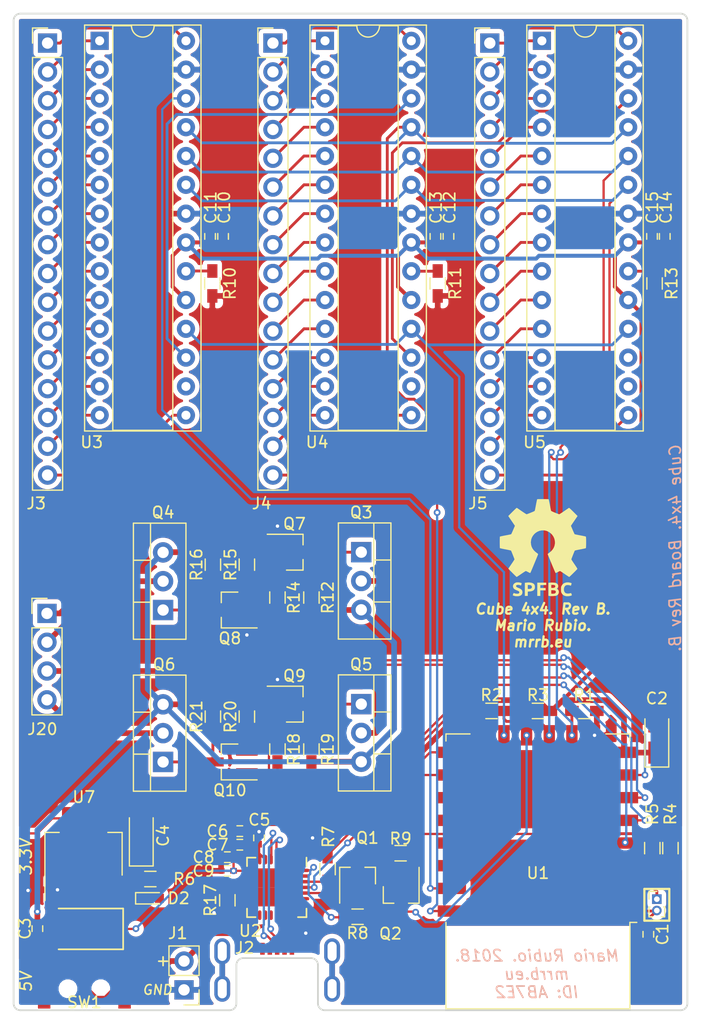
<source format=kicad_pcb>
(kicad_pcb (version 20171130) (host pcbnew 5.0.0)
  (title_block (title "Cube RGB 4x4") (date 31/08/2018) (rev B))
  (layers (0 F.Cu signal) (31 B.Cu signal) (34 B.Paste user) (35 F.Paste user) (36 B.SilkS user) (37 F.SilkS user) (38 B.Mask user) (39 F.Mask user) (44 Edge.Cuts user))
  (net 0 "")
  (net 1 GND)
  (net 2 REST)
  (net 3 V3.3)
  (net 4 V5)
  (net 5 Vin)
  (net 6 "Net-(D2-Pad2)")
  (net 7 "Net-(J1-Pad2)")
  (net 8 "Net-(J2-Pad5)")
  (net 9 /R0)
  (net 10 /R1)
  (net 11 /R2)
  (net 12 /R3)
  (net 13 /R4)
  (net 14 /R5)
  (net 15 /R6)
  (net 16 /R7)
  (net 17 /R8)
  (net 18 /R9)
  (net 19 /R10)
  (net 20 /R11)
  (net 21 /R12)
  (net 22 /R13)
  (net 23 /R14)
  (net 24 /R15)
  (net 25 /G0)
  (net 26 /G1)
  (net 27 /G2)
  (net 28 /G3)
  (net 29 /G4)
  (net 30 /G5)
  (net 31 /G6)
  (net 32 /G7)
  (net 33 /G8)
  (net 34 /G9)
  (net 35 /G10)
  (net 36 /G11)
  (net 37 /G12)
  (net 38 /G13)
  (net 39 /G14)
  (net 40 /G15)
  (net 41 /B0)
  (net 42 /B1)
  (net 43 /B2)
  (net 44 /B3)
  (net 45 /B4)
  (net 46 /B5)
  (net 47 /B6)
  (net 48 /B7)
  (net 49 /B8)
  (net 50 /B9)
  (net 51 /B10)
  (net 52 /B11)
  (net 53 /B12)
  (net 54 /B13)
  (net 55 /B14)
  (net 56 /B15)
  (net 57 TXD)
  (net 58 RXD)
  (net 59 DTR)
  (net 60 RTS)
  (net 61 SCLK)
  (net 62 MOSI)
  (net 63 TLC_S2)
  (net 64 TLC_S3)
  (net 65 GPIO15)
  (net 66 BLANK)
  (net 67 GPIO16)
  (net 68 "Net-(Q1-Pad2)")
  (net 69 "Net-(Q2-Pad2)")
  (net 70 GPIO0)
  (net 71 GPIO12)
  (net 72 GPIO13)
  (net 73 GPIO14)
  (net 74 CH_PD)
  (net 75 "Net-(R7-Pad1)")
  (net 76 "Net-(R10-Pad1)")
  (net 77 "Net-(R11-Pad1)")
  (net 78 "Net-(R13-Pad1)")
  (net 79 "Net-(SW1-Pad1)")
  (net 80 GPIO4)
  (net 81 GPIO5)
  (net 82 GPIO9)
  (net 83 GPIO10)
  (net 84 ADC)
  (net 85 MISO)
  (net 86 CSO)
  (net 87 "Net-(U2-Pad1)")
  (net 88 "Net-(U2-Pad2)")
  (net 89 /USB_UART/D+)
  (net 90 /USB_UART/D-)
  (net 91 "Net-(U2-Pad9)")
  (net 92 "Net-(U2-Pad10)")
  (net 93 "Net-(U2-Pad12)")
  (net 94 "Net-(U2-Pad13)")
  (net 95 "Net-(U2-Pad14)")
  (net 96 "Net-(U2-Pad15)")
  (net 97 "Net-(U2-Pad16)")
  (net 98 "Net-(U2-Pad17)")
  (net 99 "Net-(U2-Pad18)")
  (net 100 "Net-(U2-Pad19)")
  (net 101 "Net-(U2-Pad20)")
  (net 102 "Net-(U2-Pad21)")
  (net 103 "Net-(U2-Pad22)")
  (net 104 "Net-(U2-Pad23)")
  (net 105 "Net-(U2-Pad27)")
  (net 106 "Net-(U3-Pad16)")
  (net 107 "Net-(U4-Pad16)")
  (net 108 "Net-(U5-Pad16)")
  (net 109 "Net-(U5-Pad17)")
  (net 110 /A0)
  (net 111 /A1)
  (net 112 /A2)
  (net 113 /A3)
  (net 114 "Net-(R17-Pad1)")
  (net 115 "Net-(Q3-Pad1)")
  (net 116 "Net-(Q4-Pad1)")
  (net 117 "Net-(Q5-Pad1)")
  (net 118 "Net-(Q10-Pad3)")
  (net 119 "Net-(Q7-Pad2)")
  (net 120 "Net-(Q8-Pad2)")
  (net 121 "Net-(Q9-Pad2)")
  (net 122 "Net-(Q10-Pad2)")
  (module logos:oshw_SPFBC (layer F.Cu) (at 104.14 111.506)
    (fp_text reference G*** hide)
    (fp_text value LOGO hide)
  )
  (module footprint:Micro_USB_Female_Ali (layer F.Cu) (at 80.675 152.15)
    (fp_text reference J2 (at -2.875 -5.35) (layer F.SilkS))
    (fp_text value USB_B)
    (pad 5 thru_hole oval (at -4.85 -5.05) (size 1.4 2.3) (drill oval 0.8 1.7) (layers *.Cu *.Mask) (net 8 "Net-(J2-Pad5)"))
    (pad 1 smd rect (at -1.3 -5.275) (size 0.4 1.05) (layers F.Cu F.Paste F.Mask) (net 7 "Net-(J1-Pad2)"))
    (pad 2 smd rect (at -0.65 -5.275) (size 0.4 1.05) (layers F.Cu F.Paste F.Mask) (net 90 /USB_UART/D-))
    (pad 3 smd rect (at 0 -5.275) (size 0.4 1.05) (layers F.Cu F.Paste F.Mask) (net 89 /USB_UART/D+))
    (pad "" connect rect (at 0.65 -5.275) (size 0.4 1.05) (layers F.Cu F.Mask))
    (pad 4 smd rect (at 1.3 -5.275) (size 0.4 1.05) (layers F.Cu F.Paste F.Mask) (net 1 GND))
    (pad 5 thru_hole oval (at -4.85 -1.75) (size 1.4 2.3) (drill oval 0.8 1.7) (layers *.Cu *.Mask) (net 8 "Net-(J2-Pad5)"))
    (pad 5 thru_hole oval (at 4.85 -1.75) (size 1.4 2.3) (drill oval 0.8 1.7) (layers *.Cu *.Mask) (net 8 "Net-(J2-Pad5)"))
    (pad 5 thru_hole oval (at 4.85 -5.05) (size 1.4 2.3) (drill oval 0.8 1.7) (layers *.Cu *.Mask) (net 8 "Net-(J2-Pad5)"))
  )
  (module Ext:DO-214AC (layer F.Cu) (at 63.675 145.125)
    (fp_text reference D1)
    (fp_text value 1N5819-SS14)
    (pad 2 smd rect (at 2.19964 0) (size 2.10058 1.80086) (layers F.Cu F.Paste F.Mask) (net 5 Vin))
    (pad 1 smd rect (at -2.19964 0) (size 2.10058 1.80086) (layers F.Cu F.Paste F.Mask) (net 4 V5))
  )
  (module footprint:Switch_1P2T_SPDT_Ali (layer F.Cu) (at 63.65 147.8 180)
    (fp_text reference SW1 (at 0 -3.8 180) (layer F.SilkS))
    (fp_text value SW_SPDT)
    (pad "" np_thru_hole circle (at 1.45 -2.6 180) (size 0.85 0.85) (drill 0.85) (layers *.Cu *.Mask))
    (pad 3 smd rect (at 2.2 -0.75 180) (size 0.9 1.5) (layers F.Cu F.Paste F.Mask) (net 5 Vin))
    (pad 2 smd rect (at -0.7 -0.75 180) (size 0.9 1.5) (layers F.Cu F.Paste F.Mask) (net 7 "Net-(J1-Pad2)"))
    (pad 1 smd rect (at -2.2 -0.75 180) (size 0.9 1.5) (layers F.Cu F.Paste F.Mask) (net 79 "Net-(SW1-Pad1)"))
    (pad "" connect rect (at -3.55 -1.25 180) (size 1.1 0.8) (layers F.Cu F.Mask))
    (pad "" connect rect (at -3.55 -3.95 180) (size 1.1 0.8) (layers F.Cu F.Mask))
    (pad "" connect rect (at 3.55 -3.95 180) (size 1.1 0.8) (layers F.Cu F.Mask))
    (pad "" connect rect (at 3.55 -1.25 180) (size 1.1 0.8) (layers F.Cu F.Mask))
    (pad "" np_thru_hole circle (at -1.45 -2.6 180) (size 0.85 0.85) (drill 0.85) (layers *.Cu *.Mask))
  )
  (module Resistors_SMD:R_0603_HandSoldering (layer F.Cu) (at 107.8 125.9)
    (fp_text reference R1 (at 0 -1.4) (layer F.SilkS))
    (fp_text value 12k)
    (pad 1 smd rect (at -1.1 0) (size 1.2 0.9) (layers F.Cu F.Paste F.Mask) (net 65 GPIO15))
    (pad 2 smd rect (at 1.1 0) (size 1.2 0.9) (layers F.Cu F.Paste F.Mask) (net 1 GND))
  )
  (module Resistors_SMD:R_0603_HandSoldering (layer F.Cu) (at 99.6 125.9 180)
    (fp_text reference R2 (at 0 1.4 180) (layer F.SilkS))
    (fp_text value 12k)
    (pad 2 smd rect (at 1.1 0 180) (size 1.2 0.9) (layers F.Cu F.Paste F.Mask) (net 3 V3.3))
    (pad 1 smd rect (at -1.1 0 180) (size 1.2 0.9) (layers F.Cu F.Paste F.Mask) (net 70 GPIO0))
  )
  (module Capacitors_SMD:C_0402 (layer F.Cu) (at 75.9 84.05 270)
    (fp_text reference C10 (at -2.55 -0.1 270) (layer F.SilkS))
    (fp_text value 4.7uF)
    (pad 1 smd rect (at -0.55 0 270) (size 0.6 0.5) (layers F.Cu F.Paste F.Mask) (net 1 GND))
    (pad 2 smd rect (at 0.55 0 270) (size 0.6 0.5) (layers F.Cu F.Paste F.Mask) (net 3 V3.3))
  )
  (module Resistors_SMD:R_0603_HandSoldering (layer F.Cu) (at 113.8 138 270)
    (fp_text reference R5 (at -3 0 270) (layer F.SilkS))
    (fp_text value 12k)
    (pad 2 smd rect (at 1.1 0 270) (size 1.2 0.9) (layers F.Cu F.Paste F.Mask) (net 3 V3.3))
    (pad 1 smd rect (at -1.1 0 270) (size 1.2 0.9) (layers F.Cu F.Paste F.Mask) (net 2 REST))
  )
  (module Capacitors_SMD:C_0402 (layer F.Cu) (at 95.8 84.05 270)
    (fp_text reference C12 (at -2.55 -0.1 270) (layer F.SilkS))
    (fp_text value 4.7uF)
    (pad 1 smd rect (at -0.55 0 270) (size 0.6 0.5) (layers F.Cu F.Paste F.Mask) (net 1 GND))
    (pad 2 smd rect (at 0.55 0 270) (size 0.6 0.5) (layers F.Cu F.Paste F.Mask) (net 3 V3.3))
  )
  (module Resistors_SMD:R_0603_HandSoldering (layer F.Cu) (at 94.85 88.2 270)
    (fp_text reference R11 (at 0 -1.55 270) (layer F.SilkS))
    (fp_text value 2K)
    (pad 2 smd rect (at 1.1 0 270) (size 1.2 0.9) (layers F.Cu F.Paste F.Mask) (net 1 GND))
    (pad 1 smd rect (at -1.1 0 270) (size 1.2 0.9) (layers F.Cu F.Paste F.Mask) (net 77 "Net-(R11-Pad1)"))
  )
  (module Resistors_SMD:R_0603_HandSoldering (layer F.Cu) (at 115.4 138 90)
    (fp_text reference R4 (at 3 0 90) (layer F.SilkS))
    (fp_text value 12k)
    (pad 1 smd rect (at -1.1 0 90) (size 1.2 0.9) (layers F.Cu F.Paste F.Mask) (net 74 CH_PD))
    (pad 2 smd rect (at 1.1 0 90) (size 1.2 0.9) (layers F.Cu F.Paste F.Mask) (net 3 V3.3))
  )
  (module Resistors_SMD:R_0603_HandSoldering (layer F.Cu) (at 103.7 125.9)
    (fp_text reference R3 (at 0 -1.4) (layer F.SilkS))
    (fp_text value 12k)
    (pad 1 smd rect (at -1.1 0) (size 1.2 0.9) (layers F.Cu F.Paste F.Mask) (net 66 BLANK))
    (pad 2 smd rect (at 1.1 0) (size 1.2 0.9) (layers F.Cu F.Paste F.Mask) (net 3 V3.3))
  )
  (module Capacitors_SMD:C_0402 (layer F.Cu) (at 113.775 84.05 270)
    (fp_text reference C15 (at -2.55 -0.025 270) (layer F.SilkS))
    (fp_text value 100nF)
    (pad 2 smd rect (at 0.55 0 270) (size 0.6 0.5) (layers F.Cu F.Paste F.Mask) (net 3 V3.3))
    (pad 1 smd rect (at -0.55 0 270) (size 0.6 0.5) (layers F.Cu F.Paste F.Mask) (net 1 GND))
  )
  (module Capacitors_SMD:C_0402 (layer F.Cu) (at 113.45 145.6 90)
    (fp_text reference C1 (at 0 1.25 90) (layer F.SilkS))
    (fp_text value 100nF)
    (pad 2 smd rect (at 0.55 0 90) (size 0.6 0.5) (layers F.Cu F.Paste F.Mask) (net 2 REST))
    (pad 1 smd rect (at -0.55 0 90) (size 0.6 0.5) (layers F.Cu F.Paste F.Mask) (net 1 GND))
  )
  (module Capacitors_Tantalum_SMD:CP_Tantalum_Case-A_EIA-3216-18_Reflow (layer F.Cu) (at 114.2 128.2 90)
    (fp_text reference C2 (at 3.4 0) (layer F.SilkS))
    (fp_text value 22uF)
    (pad 1 smd rect (at -1.375 0 90) (size 1.95 1.5) (layers F.Cu F.Paste F.Mask) (net 3 V3.3))
    (pad 2 smd rect (at 1.375 0 90) (size 1.95 1.5) (layers F.Cu F.Paste F.Mask) (net 1 GND))
  )
  (module Capacitors_SMD:C_0402 (layer F.Cu) (at 59.5 145.1 270)
    (fp_text reference C3 (at 0 1.1 270) (layer F.SilkS))
    (fp_text value 4.7uF)
    (pad 1 smd rect (at -0.55 0 270) (size 0.6 0.5) (layers F.Cu F.Paste F.Mask) (net 4 V5))
    (pad 2 smd rect (at 0.55 0 270) (size 0.6 0.5) (layers F.Cu F.Paste F.Mask) (net 1 GND))
  )
  (module Capacitors_Tantalum_SMD:CP_Tantalum_Case-A_EIA-3216-18_Reflow (layer F.Cu) (at 68.675 136.925 90)
    (fp_text reference C4 (at 0.025 1.925 90) (layer F.SilkS))
    (fp_text value 22uF)
    (pad 2 smd rect (at 1.375 0 90) (size 1.95 1.5) (layers F.Cu F.Paste F.Mask) (net 1 GND))
    (pad 1 smd rect (at -1.375 0 90) (size 1.95 1.5) (layers F.Cu F.Paste F.Mask) (net 3 V3.3))
  )
  (module Capacitors_SMD:C_0402 (layer F.Cu) (at 79.075 137.1 90)
    (fp_text reference C5 (at 1.6 0.025 180) (layer F.SilkS))
    (fp_text value 4.7Uf)
    (pad 1 smd rect (at -0.55 0 90) (size 0.6 0.5) (layers F.Cu F.Paste F.Mask) (net 3 V3.3))
    (pad 2 smd rect (at 0.55 0 90) (size 0.6 0.5) (layers F.Cu F.Paste F.Mask) (net 1 GND))
  )
  (module Capacitors_SMD:C_0402 (layer F.Cu) (at 77.375 136.5 180)
    (fp_text reference C6 (at 1.975 0 180) (layer F.SilkS))
    (fp_text value 100nF)
    (pad 2 smd rect (at 0.55 0 180) (size 0.6 0.5) (layers F.Cu F.Paste F.Mask) (net 1 GND))
    (pad 1 smd rect (at -0.55 0 180) (size 0.6 0.5) (layers F.Cu F.Paste F.Mask) (net 3 V3.3))
  )
  (module Capacitors_SMD:C_0402 (layer F.Cu) (at 77.375 137.7)
    (fp_text reference C7 (at -1.975 0) (layer F.SilkS))
    (fp_text value 4.7uF)
    (pad 2 smd rect (at 0.55 0) (size 0.6 0.5) (layers F.Cu F.Paste F.Mask) (net 3 V3.3))
    (pad 1 smd rect (at -0.55 0) (size 0.6 0.5) (layers F.Cu F.Paste F.Mask) (net 1 GND))
  )
  (module Capacitors_SMD:C_0402 (layer F.Cu) (at 76.275 138.8)
    (fp_text reference C8 (at -2.1 0) (layer F.SilkS))
    (fp_text value 4.7Uf)
    (pad 1 smd rect (at -0.55 0) (size 0.6 0.5) (layers F.Cu F.Paste F.Mask) (net 1 GND))
    (pad 2 smd rect (at 0.55 0) (size 0.6 0.5) (layers F.Cu F.Paste F.Mask) (net 5 Vin))
  )
  (module Capacitors_SMD:C_0402 (layer F.Cu) (at 76.275 140)
    (fp_text reference C9 (at -2.1 0) (layer F.SilkS))
    (fp_text value 100nF)
    (pad 2 smd rect (at 0.55 0) (size 0.6 0.5) (layers F.Cu F.Paste F.Mask) (net 5 Vin))
    (pad 1 smd rect (at -0.55 0) (size 0.6 0.5) (layers F.Cu F.Paste F.Mask) (net 1 GND))
  )
  (module Capacitors_SMD:C_0402 (layer F.Cu) (at 74.75 84.05 270)
    (fp_text reference C11 (at -2.55 -0.05 270) (layer F.SilkS))
    (fp_text value 100nF)
    (pad 2 smd rect (at 0.55 0 270) (size 0.6 0.5) (layers F.Cu F.Paste F.Mask) (net 3 V3.3))
    (pad 1 smd rect (at -0.55 0 270) (size 0.6 0.5) (layers F.Cu F.Paste F.Mask) (net 1 GND))
  )
  (module Capacitors_SMD:C_0402 (layer F.Cu) (at 94.65 84.05 270)
    (fp_text reference C13 (at -2.55 -0.05 270) (layer F.SilkS))
    (fp_text value 100nF)
    (pad 2 smd rect (at 0.55 0 270) (size 0.6 0.5) (layers F.Cu F.Paste F.Mask) (net 3 V3.3))
    (pad 1 smd rect (at -0.55 0 270) (size 0.6 0.5) (layers F.Cu F.Paste F.Mask) (net 1 GND))
  )
  (module Capacitors_SMD:C_0402 (layer F.Cu) (at 114.9 84.05 270)
    (fp_text reference C14 (at -2.55 -0.1 270) (layer F.SilkS))
    (fp_text value 4.7uF)
    (pad 1 smd rect (at -0.55 0 270) (size 0.6 0.5) (layers F.Cu F.Paste F.Mask) (net 1 GND))
    (pad 2 smd rect (at 0.55 0 270) (size 0.6 0.5) (layers F.Cu F.Paste F.Mask) (net 3 V3.3))
  )
  (module LEDs:LED_0603 (layer F.Cu) (at 69.475 142.425)
    (fp_text reference D2 (at 2.5 0) (layer F.SilkS))
    (fp_text value Power_LED)
    (pad 1 smd rect (at -0.8 0 180) (size 0.8 0.8) (layers F.Cu F.Paste F.Mask) (net 1 GND))
    (pad 2 smd rect (at 0.8 0 180) (size 0.8 0.8) (layers F.Cu F.Paste F.Mask) (net 6 "Net-(D2-Pad2)"))
  )
  (module Pin_Headers:Pin_Header_Straight_1x02_Pitch2.54mm (layer F.Cu) (at 72.45 150.5 180)
    (fp_text reference J1 (at 0.55 5 180) (layer F.SilkS))
    (fp_text value Conn_01x02)
    (pad 2 thru_hole oval (at 0 2.54 180) (size 1.7 1.7) (drill 1) (layers *.Cu *.Mask) (net 7 "Net-(J1-Pad2)"))
    (pad 1 thru_hole rect (at 0 0 180) (size 1.7 1.7) (drill 1) (layers *.Cu *.Mask) (net 1 GND))
  )
  (module Pin_Headers:Pin_Header_Straight_1x16_Pitch2.54mm (layer F.Cu) (at 60.4 67)
    (fp_text reference J3 (at -1 40.6) (layer F.SilkS))
    (fp_text value RED_conn)
    (pad 16 thru_hole oval (at 0 38.1) (size 1.7 1.7) (drill 1) (layers *.Cu *.Mask) (net 24 /R15))
    (pad 15 thru_hole oval (at 0 35.56) (size 1.7 1.7) (drill 1) (layers *.Cu *.Mask) (net 23 /R14))
    (pad 14 thru_hole oval (at 0 33.02) (size 1.7 1.7) (drill 1) (layers *.Cu *.Mask) (net 22 /R13))
    (pad 13 thru_hole oval (at 0 30.48) (size 1.7 1.7) (drill 1) (layers *.Cu *.Mask) (net 21 /R12))
    (pad 12 thru_hole oval (at 0 27.94) (size 1.7 1.7) (drill 1) (layers *.Cu *.Mask) (net 20 /R11))
    (pad 11 thru_hole oval (at 0 25.4) (size 1.7 1.7) (drill 1) (layers *.Cu *.Mask) (net 19 /R10))
    (pad 10 thru_hole oval (at 0 22.86) (size 1.7 1.7) (drill 1) (layers *.Cu *.Mask) (net 18 /R9))
    (pad 9 thru_hole oval (at 0 20.32) (size 1.7 1.7) (drill 1) (layers *.Cu *.Mask) (net 17 /R8))
    (pad 8 thru_hole oval (at 0 17.78) (size 1.7 1.7) (drill 1) (layers *.Cu *.Mask) (net 16 /R7))
    (pad 7 thru_hole oval (at 0 15.24) (size 1.7 1.7) (drill 1) (layers *.Cu *.Mask) (net 15 /R6))
    (pad 6 thru_hole oval (at 0 12.7) (size 1.7 1.7) (drill 1) (layers *.Cu *.Mask) (net 14 /R5))
    (pad 5 thru_hole oval (at 0 10.16) (size 1.7 1.7) (drill 1) (layers *.Cu *.Mask) (net 13 /R4))
    (pad 4 thru_hole oval (at 0 7.62) (size 1.7 1.7) (drill 1) (layers *.Cu *.Mask) (net 12 /R3))
    (pad 3 thru_hole oval (at 0 5.08) (size 1.7 1.7) (drill 1) (layers *.Cu *.Mask) (net 11 /R2))
    (pad 2 thru_hole oval (at 0 2.54) (size 1.7 1.7) (drill 1) (layers *.Cu *.Mask) (net 10 /R1))
    (pad 1 thru_hole rect (at 0 0) (size 1.7 1.7) (drill 1) (layers *.Cu *.Mask) (net 9 /R0))
  )
  (module Pin_Headers:Pin_Header_Straight_1x16_Pitch2.54mm (layer F.Cu) (at 80.3 67)
    (fp_text reference J4 (at -1 40.6) (layer F.SilkS))
    (fp_text value GREEN_conn)
    (pad 1 thru_hole rect (at 0 0) (size 1.7 1.7) (drill 1) (layers *.Cu *.Mask) (net 25 /G0))
    (pad 2 thru_hole oval (at 0 2.54) (size 1.7 1.7) (drill 1) (layers *.Cu *.Mask) (net 26 /G1))
    (pad 3 thru_hole oval (at 0 5.08) (size 1.7 1.7) (drill 1) (layers *.Cu *.Mask) (net 27 /G2))
    (pad 4 thru_hole oval (at 0 7.62) (size 1.7 1.7) (drill 1) (layers *.Cu *.Mask) (net 28 /G3))
    (pad 5 thru_hole oval (at 0 10.16) (size 1.7 1.7) (drill 1) (layers *.Cu *.Mask) (net 29 /G4))
    (pad 6 thru_hole oval (at 0 12.7) (size 1.7 1.7) (drill 1) (layers *.Cu *.Mask) (net 30 /G5))
    (pad 7 thru_hole oval (at 0 15.24) (size 1.7 1.7) (drill 1) (layers *.Cu *.Mask) (net 31 /G6))
    (pad 8 thru_hole oval (at 0 17.78) (size 1.7 1.7) (drill 1) (layers *.Cu *.Mask) (net 32 /G7))
    (pad 9 thru_hole oval (at 0 20.32) (size 1.7 1.7) (drill 1) (layers *.Cu *.Mask) (net 33 /G8))
    (pad 10 thru_hole oval (at 0 22.86) (size 1.7 1.7) (drill 1) (layers *.Cu *.Mask) (net 34 /G9))
    (pad 11 thru_hole oval (at 0 25.4) (size 1.7 1.7) (drill 1) (layers *.Cu *.Mask) (net 35 /G10))
    (pad 12 thru_hole oval (at 0 27.94) (size 1.7 1.7) (drill 1) (layers *.Cu *.Mask) (net 36 /G11))
    (pad 13 thru_hole oval (at 0 30.48) (size 1.7 1.7) (drill 1) (layers *.Cu *.Mask) (net 37 /G12))
    (pad 14 thru_hole oval (at 0 33.02) (size 1.7 1.7) (drill 1) (layers *.Cu *.Mask) (net 38 /G13))
    (pad 15 thru_hole oval (at 0 35.56) (size 1.7 1.7) (drill 1) (layers *.Cu *.Mask) (net 39 /G14))
    (pad 16 thru_hole oval (at 0 38.1) (size 1.7 1.7) (drill 1) (layers *.Cu *.Mask) (net 40 /G15))
  )
  (module Pin_Headers:Pin_Header_Straight_1x16_Pitch2.54mm (layer F.Cu) (at 99.45 67)
    (fp_text reference J5 (at -1.05 40.6) (layer F.SilkS))
    (fp_text value BLUE_conn)
    (pad 16 thru_hole oval (at 0 38.1) (size 1.7 1.7) (drill 1) (layers *.Cu *.Mask) (net 56 /B15))
    (pad 15 thru_hole oval (at 0 35.56) (size 1.7 1.7) (drill 1) (layers *.Cu *.Mask) (net 55 /B14))
    (pad 14 thru_hole oval (at 0 33.02) (size 1.7 1.7) (drill 1) (layers *.Cu *.Mask) (net 54 /B13))
    (pad 13 thru_hole oval (at 0 30.48) (size 1.7 1.7) (drill 1) (layers *.Cu *.Mask) (net 53 /B12))
    (pad 12 thru_hole oval (at 0 27.94) (size 1.7 1.7) (drill 1) (layers *.Cu *.Mask) (net 52 /B11))
    (pad 11 thru_hole oval (at 0 25.4) (size 1.7 1.7) (drill 1) (layers *.Cu *.Mask) (net 51 /B10))
    (pad 10 thru_hole oval (at 0 22.86) (size 1.7 1.7) (drill 1) (layers *.Cu *.Mask) (net 50 /B9))
    (pad 9 thru_hole oval (at 0 20.32) (size 1.7 1.7) (drill 1) (layers *.Cu *.Mask) (net 49 /B8))
    (pad 8 thru_hole oval (at 0 17.78) (size 1.7 1.7) (drill 1) (layers *.Cu *.Mask) (net 48 /B7))
    (pad 7 thru_hole oval (at 0 15.24) (size 1.7 1.7) (drill 1) (layers *.Cu *.Mask) (net 47 /B6))
    (pad 6 thru_hole oval (at 0 12.7) (size 1.7 1.7) (drill 1) (layers *.Cu *.Mask) (net 46 /B5))
    (pad 5 thru_hole oval (at 0 10.16) (size 1.7 1.7) (drill 1) (layers *.Cu *.Mask) (net 45 /B4))
    (pad 4 thru_hole oval (at 0 7.62) (size 1.7 1.7) (drill 1) (layers *.Cu *.Mask) (net 44 /B3))
    (pad 3 thru_hole oval (at 0 5.08) (size 1.7 1.7) (drill 1) (layers *.Cu *.Mask) (net 43 /B2))
    (pad 2 thru_hole oval (at 0 2.54) (size 1.7 1.7) (drill 1) (layers *.Cu *.Mask) (net 42 /B1))
    (pad 1 thru_hole rect (at 0 0) (size 1.7 1.7) (drill 1) (layers *.Cu *.Mask) (net 41 /B0))
  )
  (module Pin_Headers:Pin_Header_Straight_1x04_Pitch2.54mm (layer F.Cu) (at 60.35 117.3)
    (fp_text reference J20 (at -0.406 10.208) (layer F.SilkS))
    (fp_text value ANODE_conn)
    (pad 4 thru_hole oval (at 0 7.62) (size 1.7 1.7) (drill 1) (layers *.Cu *.Mask) (net 113 /A3))
    (pad 3 thru_hole oval (at 0 5.08) (size 1.7 1.7) (drill 1) (layers *.Cu *.Mask) (net 112 /A2))
    (pad 2 thru_hole oval (at 0 2.54) (size 1.7 1.7) (drill 1) (layers *.Cu *.Mask) (net 111 /A1))
    (pad 1 thru_hole rect (at 0 0) (size 1.7 1.7) (drill 1) (layers *.Cu *.Mask) (net 110 /A0))
  )
  (module TO_SOT_Packages_SMD:SOT-23_Handsoldering (layer F.Cu) (at 87.775 140.45 90)
    (fp_text reference Q1 (at 3.35 0.871 180) (layer F.SilkS))
    (fp_text value S8050)
    (pad 3 smd rect (at 1.5 0 90) (size 1.9 0.8) (layers F.Cu F.Paste F.Mask) (net 2 REST))
    (pad 2 smd rect (at -1.5 0.95 90) (size 1.9 0.8) (layers F.Cu F.Paste F.Mask) (net 68 "Net-(Q1-Pad2)"))
    (pad 1 smd rect (at -1.5 -0.95 90) (size 1.9 0.8) (layers F.Cu F.Paste F.Mask) (net 60 RTS))
  )
  (module TO_SOT_Packages_SMD:SOT-23_Handsoldering (layer F.Cu) (at 91.625 142.1 270)
    (fp_text reference Q2 (at 3.442 0.947) (layer F.SilkS))
    (fp_text value S8050)
    (pad 1 smd rect (at -1.5 -0.95 270) (size 1.9 0.8) (layers F.Cu F.Paste F.Mask) (net 59 DTR))
    (pad 2 smd rect (at -1.5 0.95 270) (size 1.9 0.8) (layers F.Cu F.Paste F.Mask) (net 69 "Net-(Q2-Pad2)"))
    (pad 3 smd rect (at 1.5 0 270) (size 1.9 0.8) (layers F.Cu F.Paste F.Mask) (net 70 GPIO0))
  )
  (module TO_SOT_Packages_THT:TO-220-3_Vertical (layer F.Cu) (at 88.1 111.9 270)
    (fp_text reference Q3 (at -3.5 0) (layer F.SilkS))
    (fp_text value IRF9540N)
    (pad 3 thru_hole oval (at 5.08 0 270) (size 1.8 1.8) (drill 1) (layers *.Cu *.Mask) (net 4 V5))
    (pad 2 thru_hole oval (at 2.54 0 270) (size 1.8 1.8) (drill 1) (layers *.Cu *.Mask) (net 110 /A0))
    (pad 1 thru_hole rect (at 0 0 270) (size 1.8 1.8) (drill 1) (layers *.Cu *.Mask) (net 115 "Net-(Q3-Pad1)"))
  )
  (module TO_SOT_Packages_THT:TO-220-3_Vertical (layer F.Cu) (at 70.6 117 90)
    (fp_text reference Q4 (at 8.6 0 180) (layer F.SilkS))
    (fp_text value IRF9540N)
    (pad 1 thru_hole rect (at 0 0 90) (size 1.8 1.8) (drill 1) (layers *.Cu *.Mask) (net 116 "Net-(Q4-Pad1)"))
    (pad 2 thru_hole oval (at 2.54 0 90) (size 1.8 1.8) (drill 1) (layers *.Cu *.Mask) (net 111 /A1))
    (pad 3 thru_hole oval (at 5.08 0 90) (size 1.8 1.8) (drill 1) (layers *.Cu *.Mask) (net 4 V5))
  )
  (module TO_SOT_Packages_THT:TO-220-3_Vertical (layer F.Cu) (at 88.1 125.3 270)
    (fp_text reference Q5 (at -3.5 0) (layer F.SilkS))
    (fp_text value IRF9540N)
    (pad 1 thru_hole rect (at 0 0 270) (size 1.8 1.8) (drill 1) (layers *.Cu *.Mask) (net 117 "Net-(Q5-Pad1)"))
    (pad 2 thru_hole oval (at 2.54 0 270) (size 1.8 1.8) (drill 1) (layers *.Cu *.Mask) (net 112 /A2))
    (pad 3 thru_hole oval (at 5.08 0 270) (size 1.8 1.8) (drill 1) (layers *.Cu *.Mask) (net 4 V5))
  )
  (module TO_SOT_Packages_THT:TO-220-3_Vertical (layer F.Cu) (at 70.6 130.4 90)
    (fp_text reference Q6 (at 8.6 0.1 180) (layer F.SilkS))
    (fp_text value IRF9540N)
    (pad 3 thru_hole oval (at 5.08 0 90) (size 1.8 1.8) (drill 1) (layers *.Cu *.Mask) (net 4 V5))
    (pad 2 thru_hole oval (at 2.54 0 90) (size 1.8 1.8) (drill 1) (layers *.Cu *.Mask) (net 113 /A3))
    (pad 1 thru_hole rect (at 0 0 90) (size 1.8 1.8) (drill 1) (layers *.Cu *.Mask) (net 118 "Net-(Q10-Pad3)"))
  )
  (module Resistors_SMD:R_0603_HandSoldering (layer F.Cu) (at 69.475 140.725)
    (fp_text reference R6 (at 3 0) (layer F.SilkS))
    (fp_text value 200)
    (pad 2 smd rect (at 1.1 0) (size 1.2 0.9) (layers F.Cu F.Paste F.Mask) (net 6 "Net-(D2-Pad2)"))
    (pad 1 smd rect (at -1.1 0) (size 1.2 0.9) (layers F.Cu F.Paste F.Mask) (net 3 V3.3))
  )
  (module Resistors_SMD:R_0603_HandSoldering (layer F.Cu) (at 85.125 139.85 90)
    (fp_text reference R7 (at 2.85 0.075 90) (layer F.SilkS))
    (fp_text value 470)
    (pad 2 smd rect (at 1.1 0 90) (size 1.2 0.9) (layers F.Cu F.Paste F.Mask) (net 57 TXD))
    (pad 1 smd rect (at -1.1 0 90) (size 1.2 0.9) (layers F.Cu F.Paste F.Mask) (net 75 "Net-(R7-Pad1)"))
  )
  (module Resistors_SMD:R_0603_HandSoldering (layer F.Cu) (at 87.775 144.05 180)
    (fp_text reference R8 (at 0 -1.45 180) (layer F.SilkS))
    (fp_text value 12k)
    (pad 2 smd rect (at 1.1 0 180) (size 1.2 0.9) (layers F.Cu F.Paste F.Mask) (net 59 DTR))
    (pad 1 smd rect (at -1.1 0 180) (size 1.2 0.9) (layers F.Cu F.Paste F.Mask) (net 68 "Net-(Q1-Pad2)"))
  )
  (module Resistors_SMD:R_0603_HandSoldering (layer F.Cu) (at 91.575 138.45 180)
    (fp_text reference R9 (at 0 1.29 180) (layer F.SilkS))
    (fp_text value 12k)
    (pad 1 smd rect (at -1.1 0 180) (size 1.2 0.9) (layers F.Cu F.Paste F.Mask) (net 69 "Net-(Q2-Pad2)"))
    (pad 2 smd rect (at 1.1 0 180) (size 1.2 0.9) (layers F.Cu F.Paste F.Mask) (net 60 RTS))
  )
  (module Resistors_SMD:R_0603_HandSoldering (layer F.Cu) (at 74.95 88.2 270)
    (fp_text reference R10 (at 0 -1.55 270) (layer F.SilkS))
    (fp_text value 2K)
    (pad 1 smd rect (at -1.1 0 270) (size 1.2 0.9) (layers F.Cu F.Paste F.Mask) (net 76 "Net-(R10-Pad1)"))
    (pad 2 smd rect (at 1.1 0 270) (size 1.2 0.9) (layers F.Cu F.Paste F.Mask) (net 1 GND))
  )
  (module Resistors_SMD:R_0603_HandSoldering (layer F.Cu) (at 83.7 115.9 270)
    (fp_text reference R12 (at 0 -1.45 270) (layer F.SilkS))
    (fp_text value 1K)
    (pad 1 smd rect (at -1.1 0 270) (size 1.2 0.9) (layers F.Cu F.Paste F.Mask) (net 115 "Net-(Q3-Pad1)"))
    (pad 2 smd rect (at 1.1 0 270) (size 1.2 0.9) (layers F.Cu F.Paste F.Mask) (net 4 V5))
  )
  (module Resistors_SMD:R_0603_HandSoldering (layer F.Cu) (at 114 88.2 270)
    (fp_text reference R13 (at 0 -1.5 270) (layer F.SilkS))
    (fp_text value 2K)
    (pad 1 smd rect (at -1.1 0 270) (size 1.2 0.9) (layers F.Cu F.Paste F.Mask) (net 78 "Net-(R13-Pad1)"))
    (pad 2 smd rect (at 1.1 0 270) (size 1.2 0.9) (layers F.Cu F.Paste F.Mask) (net 1 GND))
  )
  (module Resistors_SMD:R_0603_HandSoldering (layer F.Cu) (at 80.7 115.9 270)
    (fp_text reference R14 (at 0 -1.45 270) (layer F.SilkS))
    (fp_text value 12K)
    (pad 1 smd rect (at -1.1 0 270) (size 1.2 0.9) (layers F.Cu F.Paste F.Mask) (net 119 "Net-(Q7-Pad2)"))
    (pad 2 smd rect (at 1.1 0 270) (size 1.2 0.9) (layers F.Cu F.Paste F.Mask) (net 71 GPIO12))
  )
  (module Resistors_SMD:R_0603_HandSoldering (layer F.Cu) (at 78 113 90)
    (fp_text reference R15 (at 0 -1.45 90) (layer F.SilkS))
    (fp_text value 12K)
    (pad 2 smd rect (at 1.1 0 90) (size 1.2 0.9) (layers F.Cu F.Paste F.Mask) (net 72 GPIO13))
    (pad 1 smd rect (at -1.1 0 90) (size 1.2 0.9) (layers F.Cu F.Paste F.Mask) (net 120 "Net-(Q8-Pad2)"))
  )
  (module Resistors_SMD:R_0603_HandSoldering (layer F.Cu) (at 75 113 90)
    (fp_text reference R16 (at 0 -1.45 90) (layer F.SilkS))
    (fp_text value 1K)
    (pad 2 smd rect (at 1.1 0 90) (size 1.2 0.9) (layers F.Cu F.Paste F.Mask) (net 4 V5))
    (pad 1 smd rect (at -1.1 0 90) (size 1.2 0.9) (layers F.Cu F.Paste F.Mask) (net 116 "Net-(Q4-Pad1)"))
  )
  (module Resistors_SMD:R_0603_HandSoldering (layer F.Cu) (at 76.275 142.6 270)
    (fp_text reference R17 (at 0 1.5 270) (layer F.SilkS))
    (fp_text value 12K)
    (pad 2 smd rect (at 1.1 0 270) (size 1.2 0.9) (layers F.Cu F.Paste F.Mask) (net 1 GND))
    (pad 1 smd rect (at -1.1 0 270) (size 1.2 0.9) (layers F.Cu F.Paste F.Mask) (net 114 "Net-(R17-Pad1)"))
  )
  (module RF_Modules:ESP-12E (layer F.Cu) (at 103.7 140.05 180)
    (fp_text reference U1 (at 0 -0.15 180) (layer F.SilkS))
    (fp_text value ESP-12E)
    (pad 22 smd rect (at 7.6 -3.5 180) (size 2.5 1) (layers F.Cu F.Paste F.Mask) (net 61 SCLK))
    (pad 21 smd rect (at 7.6 -1.5 180) (size 2.5 1) (layers F.Cu F.Paste F.Mask) (net 62 MOSI))
    (pad 20 smd rect (at 7.6 0.5 180) (size 2.5 1) (layers F.Cu F.Paste F.Mask) (net 83 GPIO10))
    (pad 19 smd rect (at 7.6 2.5 180) (size 2.5 1) (layers F.Cu F.Paste F.Mask) (net 82 GPIO9))
    (pad 18 smd rect (at 7.6 4.5 180) (size 2.5 1) (layers F.Cu F.Paste F.Mask) (net 85 MISO))
    (pad 17 smd rect (at 7.6 6.5 180) (size 2.5 1) (layers F.Cu F.Paste F.Mask) (net 86 CSO))
    (pad 16 smd rect (at 7.6 8.5 180) (size 2.5 1) (layers F.Cu F.Paste F.Mask) (net 58 RXD))
    (pad 15 smd rect (at 7.6 10.5 180) (size 2.5 1) (layers F.Cu F.Paste F.Mask) (net 57 TXD))
    (pad 14 smd rect (at 5 12 180) (size 1 1.8) (layers F.Cu F.Paste F.Mask) (net 81 GPIO5))
    (pad 13 smd rect (at 3 12 180) (size 1 1.8) (layers F.Cu F.Paste F.Mask) (net 80 GPIO4))
    (pad 12 smd rect (at 1 12 180) (size 1 1.8) (layers F.Cu F.Paste F.Mask) (net 70 GPIO0))
    (pad 11 smd rect (at -1 12 180) (size 1 1.8) (layers F.Cu F.Paste F.Mask) (net 66 BLANK))
    (pad 10 smd rect (at -3 12 180) (size 1 1.8) (layers F.Cu F.Paste F.Mask) (net 65 GPIO15))
    (pad 9 smd rect (at -5 12 180) (size 1 1.8) (layers F.Cu F.Paste F.Mask) (net 1 GND))
    (pad 8 smd rect (at -7.6 10.5 180) (size 2.5 1) (layers F.Cu F.Paste F.Mask) (net 3 V3.3))
    (pad 7 smd rect (at -7.6 8.5 180) (size 2.5 1) (layers F.Cu F.Paste F.Mask) (net 72 GPIO13))
    (pad 6 smd rect (at -7.6 6.5 180) (size 2.5 1) (layers F.Cu F.Paste F.Mask) (net 71 GPIO12))
    (pad 5 smd rect (at -7.6 4.5 180) (size 2.5 1) (layers F.Cu F.Paste F.Mask) (net 73 GPIO14))
    (pad 4 smd rect (at -7.6 2.5 180) (size 2.5 1) (layers F.Cu F.Paste F.Mask) (net 67 GPIO16))
    (pad 3 smd rect (at -7.6 0.5 180) (size 2.5 1) (layers F.Cu F.Paste F.Mask) (net 74 CH_PD))
    (pad 2 smd rect (at -7.6 -1.5 180) (size 2.5 1) (layers F.Cu F.Paste F.Mask) (net 84 ADC))
    (pad 1 smd rect (at -7.6 -3.5 180) (size 2.5 1) (layers F.Cu F.Paste F.Mask) (net 2 REST))
  )
  (module Housings_DFN_QFN:QFN-28-1EP_5x5mm_Pitch0.5mm (layer F.Cu) (at 80.6375 141.4625 270)
    (fp_text reference U2 (at 3.8375 2.3375) (layer F.SilkS))
    (fp_text value CP2102)
    (pad 29 smd rect (at -0.8375 -0.8375 270) (size 1.675 1.675) (layers F.Cu F.Paste F.Mask) (net 1 GND))
    (pad 29 smd rect (at -0.8375 0.8375 270) (size 1.675 1.675) (layers F.Cu F.Paste F.Mask) (net 1 GND))
    (pad 29 smd rect (at 0.8375 -0.8375 270) (size 1.675 1.675) (layers F.Cu F.Paste F.Mask) (net 1 GND))
    (pad 29 smd rect (at 0.8375 0.8375 270) (size 1.675 1.675) (layers F.Cu F.Paste F.Mask) (net 1 GND))
    (pad 28 smd oval (at -1.5 -2.45) (size 0.85 0.3) (layers F.Cu F.Paste F.Mask) (net 59 DTR))
    (pad 27 smd oval (at -1 -2.45) (size 0.85 0.3) (layers F.Cu F.Paste F.Mask) (net 105 "Net-(U2-Pad27)"))
    (pad 26 smd oval (at -0.5 -2.45) (size 0.85 0.3) (layers F.Cu F.Paste F.Mask) (net 75 "Net-(R7-Pad1)"))
    (pad 25 smd oval (at 0 -2.45) (size 0.85 0.3) (layers F.Cu F.Paste F.Mask) (net 58 RXD))
    (pad 24 smd oval (at 0.5 -2.45) (size 0.85 0.3) (layers F.Cu F.Paste F.Mask) (net 60 RTS))
    (pad 23 smd oval (at 1 -2.45) (size 0.85 0.3) (layers F.Cu F.Paste F.Mask) (net 104 "Net-(U2-Pad23)"))
    (pad 22 smd oval (at 1.5 -2.45) (size 0.85 0.3) (layers F.Cu F.Paste F.Mask) (net 103 "Net-(U2-Pad22)"))
    (pad 21 smd oval (at 2.45 -1.5 270) (size 0.85 0.3) (layers F.Cu F.Paste F.Mask) (net 102 "Net-(U2-Pad21)"))
    (pad 20 smd oval (at 2.45 -1 270) (size 0.85 0.3) (layers F.Cu F.Paste F.Mask) (net 101 "Net-(U2-Pad20)"))
    (pad 19 smd oval (at 2.45 -0.5 270) (size 0.85 0.3) (layers F.Cu F.Paste F.Mask) (net 100 "Net-(U2-Pad19)"))
    (pad 18 smd oval (at 2.45 0 270) (size 0.85 0.3) (layers F.Cu F.Paste F.Mask) (net 99 "Net-(U2-Pad18)"))
    (pad 17 smd oval (at 2.45 0.5 270) (size 0.85 0.3) (layers F.Cu F.Paste F.Mask) (net 98 "Net-(U2-Pad17)"))
    (pad 16 smd oval (at 2.45 1 270) (size 0.85 0.3) (layers F.Cu F.Paste F.Mask) (net 97 "Net-(U2-Pad16)"))
    (pad 15 smd oval (at 2.45 1.5 270) (size 0.85 0.3) (layers F.Cu F.Paste F.Mask) (net 96 "Net-(U2-Pad15)"))
    (pad 14 smd oval (at 1.5 2.45) (size 0.85 0.3) (layers F.Cu F.Paste F.Mask) (net 95 "Net-(U2-Pad14)"))
    (pad 13 smd oval (at 1 2.45) (size 0.85 0.3) (layers F.Cu F.Paste F.Mask) (net 94 "Net-(U2-Pad13)"))
    (pad 12 smd oval (at 0.5 2.45) (size 0.85 0.3) (layers F.Cu F.Paste F.Mask) (net 93 "Net-(U2-Pad12)"))
    (pad 11 smd oval (at 0 2.45) (size 0.85 0.3) (layers F.Cu F.Paste F.Mask) (net 114 "Net-(R17-Pad1)"))
    (pad 10 smd oval (at -0.5 2.45) (size 0.85 0.3) (layers F.Cu F.Paste F.Mask) (net 92 "Net-(U2-Pad10)"))
    (pad 9 smd oval (at -1 2.45) (size 0.85 0.3) (layers F.Cu F.Paste F.Mask) (net 91 "Net-(U2-Pad9)"))
    (pad 8 smd oval (at -1.5 2.45) (size 0.85 0.3) (layers F.Cu F.Paste F.Mask) (net 5 Vin))
    (pad 7 smd oval (at -2.45 1.5 270) (size 0.85 0.3) (layers F.Cu F.Paste F.Mask) (net 3 V3.3))
    (pad 6 smd oval (at -2.45 1 270) (size 0.85 0.3) (layers F.Cu F.Paste F.Mask) (net 3 V3.3))
    (pad 5 smd oval (at -2.45 0.5 270) (size 0.85 0.3) (layers F.Cu F.Paste F.Mask) (net 90 /USB_UART/D-))
    (pad 4 smd oval (at -2.45 0 270) (size 0.85 0.3) (layers F.Cu F.Paste F.Mask) (net 89 /USB_UART/D+))
    (pad 3 smd oval (at -2.45 -0.5 270) (size 0.85 0.3) (layers F.Cu F.Paste F.Mask) (net 1 GND))
    (pad 2 smd oval (at -2.45 -1 270) (size 0.85 0.3) (layers F.Cu F.Paste F.Mask) (net 88 "Net-(U2-Pad2)"))
    (pad 1 smd oval (at -2.45 -1.5 270) (size 0.85 0.3) (layers F.Cu F.Paste F.Mask) (net 87 "Net-(U2-Pad1)"))
  )
  (module Housings_DIP:DIP-28_W7.62mm_Socket (layer F.Cu) (at 65 66.8)
    (fp_text reference U3 (at -0.7 35.4) (layer F.SilkS))
    (fp_text value TLC5940NT)
    (pad 28 thru_hole oval (at 7.62 0) (size 1.6 1.6) (drill 0.8) (layers *.Cu *.Mask) (net 9 /R0))
    (pad 14 thru_hole oval (at 0 33.02) (size 1.6 1.6) (drill 0.8) (layers *.Cu *.Mask) (net 23 /R14))
    (pad 27 thru_hole oval (at 7.62 2.54) (size 1.6 1.6) (drill 0.8) (layers *.Cu *.Mask) (net 1 GND))
    (pad 13 thru_hole oval (at 0 30.48) (size 1.6 1.6) (drill 0.8) (layers *.Cu *.Mask) (net 22 /R13))
    (pad 26 thru_hole oval (at 7.62 5.08) (size 1.6 1.6) (drill 0.8) (layers *.Cu *.Mask) (net 62 MOSI))
    (pad 12 thru_hole oval (at 0 27.94) (size 1.6 1.6) (drill 0.8) (layers *.Cu *.Mask) (net 21 /R12))
    (pad 25 thru_hole oval (at 7.62 7.62) (size 1.6 1.6) (drill 0.8) (layers *.Cu *.Mask) (net 61 SCLK))
    (pad 11 thru_hole oval (at 0 25.4) (size 1.6 1.6) (drill 0.8) (layers *.Cu *.Mask) (net 20 /R11))
    (pad 24 thru_hole oval (at 7.62 10.16) (size 1.6 1.6) (drill 0.8) (layers *.Cu *.Mask) (net 65 GPIO15))
    (pad 10 thru_hole oval (at 0 22.86) (size 1.6 1.6) (drill 0.8) (layers *.Cu *.Mask) (net 19 /R10))
    (pad 23 thru_hole oval (at 7.62 12.7) (size 1.6 1.6) (drill 0.8) (layers *.Cu *.Mask) (net 66 BLANK))
    (pad 9 thru_hole oval (at 0 20.32) (size 1.6 1.6) (drill 0.8) (layers *.Cu *.Mask) (net 18 /R9))
    (pad 22 thru_hole oval (at 7.62 15.24) (size 1.6 1.6) (drill 0.8) (layers *.Cu *.Mask) (net 1 GND))
    (pad 8 thru_hole oval (at 0 17.78) (size 1.6 1.6) (drill 0.8) (layers *.Cu *.Mask) (net 17 /R8))
    (pad 21 thru_hole oval (at 7.62 17.78) (size 1.6 1.6) (drill 0.8) (layers *.Cu *.Mask) (net 3 V3.3))
    (pad 7 thru_hole oval (at 0 15.24) (size 1.6 1.6) (drill 0.8) (layers *.Cu *.Mask) (net 16 /R7))
    (pad 20 thru_hole oval (at 7.62 20.32) (size 1.6 1.6) (drill 0.8) (layers *.Cu *.Mask) (net 76 "Net-(R10-Pad1)"))
    (pad 6 thru_hole oval (at 0 12.7) (size 1.6 1.6) (drill 0.8) (layers *.Cu *.Mask) (net 15 /R6))
    (pad 19 thru_hole oval (at 7.62 22.86) (size 1.6 1.6) (drill 0.8) (layers *.Cu *.Mask) (net 3 V3.3))
    (pad 5 thru_hole oval (at 0 10.16) (size 1.6 1.6) (drill 0.8) (layers *.Cu *.Mask) (net 14 /R5))
    (pad 18 thru_hole oval (at 7.62 25.4) (size 1.6 1.6) (drill 0.8) (layers *.Cu *.Mask) (net 80 GPIO4))
    (pad 4 thru_hole oval (at 0 7.62) (size 1.6 1.6) (drill 0.8) (layers *.Cu *.Mask) (net 13 /R4))
    (pad 17 thru_hole oval (at 7.62 27.94) (size 1.6 1.6) (drill 0.8) (layers *.Cu *.Mask) (net 63 TLC_S2))
    (pad 3 thru_hole oval (at 0 5.08) (size 1.6 1.6) (drill 0.8) (layers *.Cu *.Mask) (net 12 /R3))
    (pad 16 thru_hole oval (at 7.62 30.48) (size 1.6 1.6) (drill 0.8) (layers *.Cu *.Mask) (net 106 "Net-(U3-Pad16)"))
    (pad 2 thru_hole oval (at 0 2.54) (size 1.6 1.6) (drill 0.8) (layers *.Cu *.Mask) (net 11 /R2))
    (pad 15 thru_hole oval (at 7.62 33.02) (size 1.6 1.6) (drill 0.8) (layers *.Cu *.Mask) (net 24 /R15))
    (pad 1 thru_hole rect (at 0 0) (size 1.6 1.6) (drill 0.8) (layers *.Cu *.Mask) (net 10 /R1))
  )
  (module Housings_DIP:DIP-28_W7.62mm_Socket (layer F.Cu) (at 84.9 66.8)
    (fp_text reference U4 (at -0.7 35.4) (layer F.SilkS))
    (fp_text value TLC5940NT)
    (pad 1 thru_hole rect (at 0 0) (size 1.6 1.6) (drill 0.8) (layers *.Cu *.Mask) (net 26 /G1))
    (pad 15 thru_hole oval (at 7.62 33.02) (size 1.6 1.6) (drill 0.8) (layers *.Cu *.Mask) (net 40 /G15))
    (pad 2 thru_hole oval (at 0 2.54) (size 1.6 1.6) (drill 0.8) (layers *.Cu *.Mask) (net 27 /G2))
    (pad 16 thru_hole oval (at 7.62 30.48) (size 1.6 1.6) (drill 0.8) (layers *.Cu *.Mask) (net 107 "Net-(U4-Pad16)"))
    (pad 3 thru_hole oval (at 0 5.08) (size 1.6 1.6) (drill 0.8) (layers *.Cu *.Mask) (net 28 /G3))
    (pad 17 thru_hole oval (at 7.62 27.94) (size 1.6 1.6) (drill 0.8) (layers *.Cu *.Mask) (net 64 TLC_S3))
    (pad 4 thru_hole oval (at 0 7.62) (size 1.6 1.6) (drill 0.8) (layers *.Cu *.Mask) (net 29 /G4))
    (pad 18 thru_hole oval (at 7.62 25.4) (size 1.6 1.6) (drill 0.8) (layers *.Cu *.Mask) (net 80 GPIO4))
    (pad 5 thru_hole oval (at 0 10.16) (size 1.6 1.6) (drill 0.8) (layers *.Cu *.Mask) (net 30 /G5))
    (pad 19 thru_hole oval (at 7.62 22.86) (size 1.6 1.6) (drill 0.8) (layers *.Cu *.Mask) (net 3 V3.3))
    (pad 6 thru_hole oval (at 0 12.7) (size 1.6 1.6) (drill 0.8) (layers *.Cu *.Mask) (net 31 /G6))
    (pad 20 thru_hole oval (at 7.62 20.32) (size 1.6 1.6) (drill 0.8) (layers *.Cu *.Mask) (net 77 "Net-(R11-Pad1)"))
    (pad 7 thru_hole oval (at 0 15.24) (size 1.6 1.6) (drill 0.8) (layers *.Cu *.Mask) (net 32 /G7))
    (pad 21 thru_hole oval (at 7.62 17.78) (size 1.6 1.6) (drill 0.8) (layers *.Cu *.Mask) (net 3 V3.3))
    (pad 8 thru_hole oval (at 0 17.78) (size 1.6 1.6) (drill 0.8) (layers *.Cu *.Mask) (net 33 /G8))
    (pad 22 thru_hole oval (at 7.62 15.24) (size 1.6 1.6) (drill 0.8) (layers *.Cu *.Mask) (net 1 GND))
    (pad 9 thru_hole oval (at 0 20.32) (size 1.6 1.6) (drill 0.8) (layers *.Cu *.Mask) (net 34 /G9))
    (pad 23 thru_hole oval (at 7.62 12.7) (size 1.6 1.6) (drill 0.8) (layers *.Cu *.Mask) (net 66 BLANK))
    (pad 10 thru_hole oval (at 0 22.86) (size 1.6 1.6) (drill 0.8) (layers *.Cu *.Mask) (net 35 /G10))
    (pad 24 thru_hole oval (at 7.62 10.16) (size 1.6 1.6) (drill 0.8) (layers *.Cu *.Mask) (net 65 GPIO15))
    (pad 11 thru_hole oval (at 0 25.4) (size 1.6 1.6) (drill 0.8) (layers *.Cu *.Mask) (net 36 /G11))
    (pad 25 thru_hole oval (at 7.62 7.62) (size 1.6 1.6) (drill 0.8) (layers *.Cu *.Mask) (net 61 SCLK))
    (pad 12 thru_hole oval (at 0 27.94) (size 1.6 1.6) (drill 0.8) (layers *.Cu *.Mask) (net 37 /G12))
    (pad 26 thru_hole oval (at 7.62 5.08) (size 1.6 1.6) (drill 0.8) (layers *.Cu *.Mask) (net 63 TLC_S2))
    (pad 13 thru_hole oval (at 0 30.48) (size 1.6 1.6) (drill 0.8) (layers *.Cu *.Mask) (net 38 /G13))
    (pad 27 thru_hole oval (at 7.62 2.54) (size 1.6 1.6) (drill 0.8) (layers *.Cu *.Mask) (net 1 GND))
    (pad 14 thru_hole oval (at 0 33.02) (size 1.6 1.6) (drill 0.8) (layers *.Cu *.Mask) (net 39 /G14))
    (pad 28 thru_hole oval (at 7.62 0) (size 1.6 1.6) (drill 0.8) (layers *.Cu *.Mask) (net 25 /G0))
  )
  (module Housings_DIP:DIP-28_W7.62mm_Socket (layer F.Cu) (at 104.05 66.8)
    (fp_text reference U5 (at -0.65 35.4) (layer F.SilkS))
    (fp_text value TLC5940NT)
    (pad 28 thru_hole oval (at 7.62 0) (size 1.6 1.6) (drill 0.8) (layers *.Cu *.Mask) (net 41 /B0))
    (pad 14 thru_hole oval (at 0 33.02) (size 1.6 1.6) (drill 0.8) (layers *.Cu *.Mask) (net 55 /B14))
    (pad 27 thru_hole oval (at 7.62 2.54) (size 1.6 1.6) (drill 0.8) (layers *.Cu *.Mask) (net 1 GND))
    (pad 13 thru_hole oval (at 0 30.48) (size 1.6 1.6) (drill 0.8) (layers *.Cu *.Mask) (net 54 /B13))
    (pad 26 thru_hole oval (at 7.62 5.08) (size 1.6 1.6) (drill 0.8) (layers *.Cu *.Mask) (net 64 TLC_S3))
    (pad 12 thru_hole oval (at 0 27.94) (size 1.6 1.6) (drill 0.8) (layers *.Cu *.Mask) (net 53 /B12))
    (pad 25 thru_hole oval (at 7.62 7.62) (size 1.6 1.6) (drill 0.8) (layers *.Cu *.Mask) (net 61 SCLK))
    (pad 11 thru_hole oval (at 0 25.4) (size 1.6 1.6) (drill 0.8) (layers *.Cu *.Mask) (net 52 /B11))
    (pad 24 thru_hole oval (at 7.62 10.16) (size 1.6 1.6) (drill 0.8) (layers *.Cu *.Mask) (net 65 GPIO15))
    (pad 10 thru_hole oval (at 0 22.86) (size 1.6 1.6) (drill 0.8) (layers *.Cu *.Mask) (net 51 /B10))
    (pad 23 thru_hole oval (at 7.62 12.7) (size 1.6 1.6) (drill 0.8) (layers *.Cu *.Mask) (net 66 BLANK))
    (pad 9 thru_hole oval (at 0 20.32) (size 1.6 1.6) (drill 0.8) (layers *.Cu *.Mask) (net 50 /B9))
    (pad 22 thru_hole oval (at 7.62 15.24) (size 1.6 1.6) (drill 0.8) (layers *.Cu *.Mask) (net 1 GND))
    (pad 8 thru_hole oval (at 0 17.78) (size 1.6 1.6) (drill 0.8) (layers *.Cu *.Mask) (net 49 /B8))
    (pad 21 thru_hole oval (at 7.62 17.78) (size 1.6 1.6) (drill 0.8) (layers *.Cu *.Mask) (net 3 V3.3))
    (pad 7 thru_hole oval (at 0 15.24) (size 1.6 1.6) (drill 0.8) (layers *.Cu *.Mask) (net 48 /B7))
    (pad 20 thru_hole oval (at 7.62 20.32) (size 1.6 1.6) (drill 0.8) (layers *.Cu *.Mask) (net 78 "Net-(R13-Pad1)"))
    (pad 6 thru_hole oval (at 0 12.7) (size 1.6 1.6) (drill 0.8) (layers *.Cu *.Mask) (net 47 /B6))
    (pad 19 thru_hole oval (at 7.62 22.86) (size 1.6 1.6) (drill 0.8) (layers *.Cu *.Mask) (net 3 V3.3))
    (pad 5 thru_hole oval (at 0 10.16) (size 1.6 1.6) (drill 0.8) (layers *.Cu *.Mask) (net 46 /B5))
    (pad 18 thru_hole oval (at 7.62 25.4) (size 1.6 1.6) (drill 0.8) (layers *.Cu *.Mask) (net 80 GPIO4))
    (pad 4 thru_hole oval (at 0 7.62) (size 1.6 1.6) (drill 0.8) (layers *.Cu *.Mask) (net 45 /B4))
    (pad 17 thru_hole oval (at 7.62 27.94) (size 1.6 1.6) (drill 0.8) (layers *.Cu *.Mask) (net 109 "Net-(U5-Pad17)"))
    (pad 3 thru_hole oval (at 0 5.08) (size 1.6 1.6) (drill 0.8) (layers *.Cu *.Mask) (net 44 /B3))
    (pad 16 thru_hole oval (at 7.62 30.48) (size 1.6 1.6) (drill 0.8) (layers *.Cu *.Mask) (net 108 "Net-(U5-Pad16)"))
    (pad 2 thru_hole oval (at 0 2.54) (size 1.6 1.6) (drill 0.8) (layers *.Cu *.Mask) (net 43 /B2))
    (pad 15 thru_hole oval (at 7.62 33.02) (size 1.6 1.6) (drill 0.8) (layers *.Cu *.Mask) (net 56 /B15))
    (pad 1 thru_hole rect (at 0 0) (size 1.6 1.6) (drill 0.8) (layers *.Cu *.Mask) (net 42 /B1))
  )
  (module TO_SOT_Packages_SMD:SOT-223-3_TabPin2 (layer F.Cu) (at 63.575 138.525 90)
    (fp_text reference U7 (at 5.025 0.025 180) (layer F.SilkS))
    (fp_text value LM1117-3.3)
    (pad 1 smd rect (at -3.15 -2.3 90) (size 2 1.5) (layers F.Cu F.Paste F.Mask) (net 1 GND))
    (pad 3 smd rect (at -3.15 2.3 90) (size 2 1.5) (layers F.Cu F.Paste F.Mask) (net 4 V5))
    (pad 2 smd rect (at -3.15 0 90) (size 2 1.5) (layers F.Cu F.Paste F.Mask) (net 3 V3.3))
    (pad 2 smd rect (at 3.15 0 90) (size 2 3.8) (layers F.Cu F.Paste F.Mask) (net 3 V3.3))
  )
  (module TO_SOT_Packages_SMD:SOT-23_Handsoldering (layer F.Cu) (at 82.2 111.9)
    (fp_text reference Q7 (at 0 -2.5) (layer F.SilkS))
    (fp_text value S8050)
    (pad 3 smd rect (at 1.5 0) (size 1.9 0.8) (layers F.Cu F.Paste F.Mask) (net 115 "Net-(Q3-Pad1)"))
    (pad 2 smd rect (at -1.5 0.95) (size 1.9 0.8) (layers F.Cu F.Paste F.Mask) (net 119 "Net-(Q7-Pad2)"))
    (pad 1 smd rect (at -1.5 -0.95) (size 1.9 0.8) (layers F.Cu F.Paste F.Mask) (net 1 GND))
  )
  (module TO_SOT_Packages_SMD:SOT-23_Handsoldering (layer F.Cu) (at 76.5 117 180)
    (fp_text reference Q8 (at 0 -2.5 180) (layer F.SilkS))
    (fp_text value S8050)
    (pad 1 smd rect (at -1.5 -0.95 180) (size 1.9 0.8) (layers F.Cu F.Paste F.Mask) (net 1 GND))
    (pad 2 smd rect (at -1.5 0.95 180) (size 1.9 0.8) (layers F.Cu F.Paste F.Mask) (net 120 "Net-(Q8-Pad2)"))
    (pad 3 smd rect (at 1.5 0 180) (size 1.9 0.8) (layers F.Cu F.Paste F.Mask) (net 116 "Net-(Q4-Pad1)"))
  )
  (module TO_SOT_Packages_SMD:SOT-23_Handsoldering (layer F.Cu) (at 82.2 125.3)
    (fp_text reference Q9 (at 0 -2.5) (layer F.SilkS))
    (fp_text value S8050)
    (pad 3 smd rect (at 1.5 0) (size 1.9 0.8) (layers F.Cu F.Paste F.Mask) (net 117 "Net-(Q5-Pad1)"))
    (pad 2 smd rect (at -1.5 0.95) (size 1.9 0.8) (layers F.Cu F.Paste F.Mask) (net 121 "Net-(Q9-Pad2)"))
    (pad 1 smd rect (at -1.5 -0.95) (size 1.9 0.8) (layers F.Cu F.Paste F.Mask) (net 1 GND))
  )
  (module TO_SOT_Packages_SMD:SOT-23_Handsoldering (layer F.Cu) (at 76.5 130.4 180)
    (fp_text reference Q10 (at 0 -2.5 180) (layer F.SilkS))
    (fp_text value S8050)
    (pad 1 smd rect (at -1.5 -0.95 180) (size 1.9 0.8) (layers F.Cu F.Paste F.Mask) (net 1 GND))
    (pad 2 smd rect (at -1.5 0.95 180) (size 1.9 0.8) (layers F.Cu F.Paste F.Mask) (net 122 "Net-(Q10-Pad2)"))
    (pad 3 smd rect (at 1.5 0 180) (size 1.9 0.8) (layers F.Cu F.Paste F.Mask) (net 118 "Net-(Q10-Pad3)"))
  )
  (module Resistors_SMD:R_0603_HandSoldering (layer F.Cu) (at 80.7 129.3 270)
    (fp_text reference R18 (at 0 -1.45 270) (layer F.SilkS))
    (fp_text value 12K)
    (pad 2 smd rect (at 1.1 0 270) (size 1.2 0.9) (layers F.Cu F.Paste F.Mask) (net 73 GPIO14))
    (pad 1 smd rect (at -1.1 0 270) (size 1.2 0.9) (layers F.Cu F.Paste F.Mask) (net 121 "Net-(Q9-Pad2)"))
  )
  (module Resistors_SMD:R_0603_HandSoldering (layer F.Cu) (at 83.7 129.3 270)
    (fp_text reference R19 (at 0 -1.45 270) (layer F.SilkS))
    (fp_text value 1K)
    (pad 1 smd rect (at -1.1 0 270) (size 1.2 0.9) (layers F.Cu F.Paste F.Mask) (net 117 "Net-(Q5-Pad1)"))
    (pad 2 smd rect (at 1.1 0 270) (size 1.2 0.9) (layers F.Cu F.Paste F.Mask) (net 4 V5))
  )
  (module Resistors_SMD:R_0603_HandSoldering (layer F.Cu) (at 78 126.4 90)
    (fp_text reference R20 (at 0 -1.45 90) (layer F.SilkS))
    (fp_text value 12K)
    (pad 2 smd rect (at 1.1 0 90) (size 1.2 0.9) (layers F.Cu F.Paste F.Mask) (net 67 GPIO16))
    (pad 1 smd rect (at -1.1 0 90) (size 1.2 0.9) (layers F.Cu F.Paste F.Mask) (net 122 "Net-(Q10-Pad2)"))
  )
  (module Resistors_SMD:R_0603_HandSoldering (layer F.Cu) (at 75 126.4 90)
    (fp_text reference R21 (at 0 -1.45 90) (layer F.SilkS))
    (fp_text value 1K)
    (pad 1 smd rect (at -1.1 0 90) (size 1.2 0.9) (layers F.Cu F.Paste F.Mask) (net 118 "Net-(Q10-Pad3)"))
    (pad 2 smd rect (at 1.1 0 90) (size 1.2 0.9) (layers F.Cu F.Paste F.Mask) (net 4 V5))
  )
  (module Pin_Headers:Pin_Header_Straight_1x02_Pitch1.00mm (layer F.Cu) (at 114.2 142.5)
    (fp_text reference JP1 hide)
    (fp_text value Jumper)
    (pad 2 thru_hole oval (at 0 1) (size 0.85 0.85) (drill 0.5) (layers *.Cu *.Mask) (net 2 REST))
    (pad 1 thru_hole rect (at 0 0) (size 0.85 0.85) (drill 0.5) (layers *.Cu *.Mask) (net 67 GPIO16))
  )
  (module Measurement_Points:Measurement_Point_Round-SMD-Pad_Small (layer F.Cu) (at 58.4 148.4)
    (fp_text reference J7 hide)
    (fp_text value TP_V5)
    (pad 1 smd circle (at 0 0) (size 0.5 0.5) (layers F.Cu F.Mask) (net 4 V5))
  )
  (module Measurement_Points:Measurement_Point_Round-SMD-Pad_Small (layer F.Cu) (at 58.4 136.7)
    (fp_text reference J8 hide)
    (fp_text value TP_V3.3)
    (pad 1 smd circle (at 0 0) (size 0.5 0.5) (layers F.Cu F.Mask) (net 3 V3.3))
  )
  (gr_text "Cube 4x4. Rev B.\nMario Rubio.\nmrrb.eu" (at 104.14 118.364) (layer F.SilkS) (effects (font (size 0.9 0.9) (thickness 0.2) italic)))
  (gr_text "Cube 4x4. Board Rev B." (at 115.824 111.506 90) (layer B.SilkS) (effects (font (size 1 1) (thickness 0.15) italic) (justify mirror)))
  (gr_text "Mario Rubio. 2018.\nmrrb.eu\nID: AB7E2" (at 103.632 149.098) (layer B.SilkS) (effects (font (size 1 1) (thickness 0.15) italic) (justify mirror)))
  (gr_text GND (at 70.1 150.5) (layer F.SilkS) (effects (font (size 0.85 0.85) (thickness 0.14) italic)))
  (gr_text + (at 70.6 147.9) (layer F.SilkS) (effects (font (size 1 1))))
  (gr_text 3.3V (at 58.5 138.8 90) (layer F.SilkS) (effects (font (size 1 1) (thickness 0.15) italic)))
  (gr_text 5V (at 58.5 149.8 90) (layer F.SilkS) (effects (font (size 1 1) (thickness 0.15) italic)))
  (gr_line (start 113.1 144.4) (end 113.1 141.6) (layer F.SilkS) (width 0.2))
  (gr_line (start 115.3 144.4) (end 113.1 144.4) (layer F.SilkS) (width 0.2))
  (gr_line (start 115.3 141.6) (end 115.3 144.4) (layer F.SilkS) (width 0.2))
  (gr_line (start 113.1 141.6) (end 115.3 141.6) (layer F.SilkS) (width 0.2))
  (gr_arc (start 116.3 65) (end 116.9 65) (angle -90) (layer Edge.Cuts) (width 0.15))
  (gr_line (start 116.9 151.7) (end 116.9 65) (layer Edge.Cuts) (width 0.15))
  (gr_arc (start 116.3 151.7) (end 116.3 152.3) (angle -90) (layer Edge.Cuts) (width 0.15))
  (gr_line (start 58 64.4) (end 116.3 64.4) (layer Edge.Cuts) (width 0.15))
  (gr_arc (start 58 65) (end 58 64.4) (angle -90) (layer Edge.Cuts) (width 0.15))
  (gr_arc (start 58 151.7) (end 57.4 151.7) (angle -90) (layer Edge.Cuts) (width 0.15))
  (gr_line (start 76.45 152.3) (end 58 152.3) (layer Edge.Cuts) (width 0.15))
  (gr_line (start 84.9 152.3) (end 116.3 152.3) (layer Edge.Cuts) (width 0.15))
  (gr_line (start 57.4 151.7) (end 57.4 65) (layer Edge.Cuts) (width 0.15))
  (gr_line (start 84.275 148.3) (end 84.275 151.7) (layer Edge.Cuts) (width 0.15))
  (gr_arc (start 84.875 151.7) (end 84.275 151.7) (angle -90) (layer Edge.Cuts) (width 0.15))
  (gr_arc (start 83.675 148.3) (end 84.275 148.3) (angle -90) (layer Edge.Cuts) (width 0.15))
  (gr_line (start 77.675 147.7) (end 83.675 147.7) (layer Edge.Cuts) (width 0.15))
  (gr_arc (start 77.675 148.3) (end 77.675 147.7) (angle -90) (layer Edge.Cuts) (width 0.15))
  (gr_arc (start 76.475 151.7) (end 76.475 152.3) (angle -90) (layer Edge.Cuts) (width 0.15))
  (gr_line (start 77.075 148.3) (end 77.075 151.7) (layer Edge.Cuts) (width 0.15))
  (segment (start 81.1375 140.2875) (end 81.475 140.625) (width 0.25) (layer F.Cu) (net 1))
  (segment (start 81.1375 139.0125) (end 81.1375 140.2875) (width 0.25) (layer F.Cu) (net 1))
  (segment (start 108.9 127.85) (end 108.7 128.05) (width 0.5) (layer F.Cu) (net 1))
  (segment (start 108.9 125.9) (end 108.9 127.85) (width 0.5) (layer F.Cu) (net 1))
  (via (at 108.7 128.05) (size 0.6) (drill 0.3) (layers F.Cu B.Cu) (net 1))
  (via (at 75.1 143.7) (size 0.6) (drill 0.3) (layers F.Cu B.Cu) (net 1))
  (segment (start 76.275 143.7) (end 75.1 143.7) (width 0.2) (layer F.Cu) (net 1))
  (via (at 78 119.2) (size 0.6) (drill 0.3) (layers F.Cu B.Cu) (net 1))
  (segment (start 78 117.95) (end 78 119.2) (width 0.5) (layer F.Cu) (net 1))
  (via (at 80.7 109.6) (size 0.6) (drill 0.3) (layers F.Cu B.Cu) (net 1))
  (segment (start 80.7 110.95) (end 80.7 109.6) (width 0.5) (layer F.Cu) (net 1))
  (via (at 80.7 123.13) (size 0.6) (drill 0.3) (layers F.Cu B.Cu) (net 1))
  (segment (start 80.7 124.35) (end 80.7 123.13) (width 0.5) (layer F.Cu) (net 1))
  (via (at 79.075 136.55) (size 0.6) (drill 0.3) (layers F.Cu B.Cu) (net 1))
  (via (at 83.8 137.1) (size 0.6) (drill 0.3) (layers F.Cu B.Cu) (net 1))
  (segment (start 83.375736 137.1) (end 83.8 137.1) (width 0.2) (layer F.Cu) (net 1))
  (segment (start 82.425 137.1) (end 83.375736 137.1) (width 0.2) (layer F.Cu) (net 1))
  (segment (start 81.1375 139.0125) (end 81.1375 138.3875) (width 0.2) (layer F.Cu) (net 1))
  (segment (start 81.1375 138.3875) (end 82.425 137.1) (width 0.2) (layer F.Cu) (net 1))
  (segment (start 81.475 140.625) (end 81.475 140.625) (width 0.25) (layer F.Cu) (net 1))
  (via (at 83.2 145.5) (size 0.6) (drill 0.3) (layers F.Cu B.Cu) (net 1))
  (segment (start 81.975 146.875) (end 81.975 146.725) (width 0.5) (layer F.Cu) (net 1))
  (segment (start 81.975 146.725) (end 83.2 145.5) (width 0.5) (layer F.Cu) (net 1))
  (via (at 61.275 141.675) (size 0.6) (drill 0.3) (layers F.Cu B.Cu) (net 1))
  (via (at 58.674 141.732) (size 0.6) (drill 0.3) (layers F.Cu B.Cu) (net 1))
  (segment (start 61.275 141.675) (end 58.731 141.675) (width 0.5) (layer F.Cu) (net 1))
  (segment (start 58.731 141.675) (end 58.674 141.732) (width 0.5) (layer F.Cu) (net 1))
  (segment (start 114.15 143.55) (end 114.2 143.5) (width 0.25) (layer F.Cu) (net 2))
  (segment (start 111.3 143.55) (end 114.15 143.55) (width 0.25) (layer F.Cu) (net 2))
  (segment (start 113.45 144.25) (end 114.2 143.5) (width 0.25) (layer F.Cu) (net 2))
  (segment (start 113.45 145.05) (end 113.45 144.25) (width 0.25) (layer F.Cu) (net 2))
  (segment (start 110.55 143.55) (end 111.3 143.55) (width 0.25) (layer F.Cu) (net 2))
  (segment (start 113.1 136.9) (end 112.924999 136.724999) (width 0.25) (layer F.Cu) (net 2))
  (segment (start 113.8 136.9) (end 113.1 136.9) (width 0.25) (layer F.Cu) (net 2))
  (segment (start 109.19999 142.19999) (end 110.55 143.55) (width 0.25) (layer F.Cu) (net 2))
  (segment (start 112.924999 136.724999) (end 109.789999 136.724999) (width 0.25) (layer F.Cu) (net 2))
  (segment (start 109.19999 137.315008) (end 109.19999 142.19999) (width 0.25) (layer F.Cu) (net 2))
  (segment (start 109.789999 136.724999) (end 109.2 137.314998) (width 0.25) (layer F.Cu) (net 2))
  (segment (start 109.2 137.314998) (end 109.19999 137.315008) (width 0.25) (layer F.Cu) (net 2))
  (segment (start 90.575001 136.749999) (end 108.635001 136.749999) (width 0.2) (layer F.Cu) (net 2))
  (segment (start 108.635001 136.749999) (end 109.2 137.314998) (width 0.2) (layer F.Cu) (net 2))
  (segment (start 87.775 138.95) (end 88.375 138.95) (width 0.2) (layer F.Cu) (net 2))
  (segment (start 88.375 138.95) (end 90.575001 136.749999) (width 0.2) (layer F.Cu) (net 2))
  (segment (start 77.925 136.5) (end 77.925 137.7) (width 0.2) (layer F.Cu) (net 3))
  (segment (start 79.025 137.7) (end 79.075 137.65) (width 0.2) (layer F.Cu) (net 3))
  (segment (start 77.925 137.7) (end 79.025 137.7) (width 0.2) (layer F.Cu) (net 3))
  (segment (start 79.075 138.95) (end 79.1375 139.0125) (width 0.2) (layer F.Cu) (net 3))
  (segment (start 79.075 137.65) (end 79.075 138.95) (width 0.2) (layer F.Cu) (net 3))
  (segment (start 79.075 138.45) (end 79.6375 139.0125) (width 0.2) (layer F.Cu) (net 3))
  (segment (start 79.075 137.65) (end 79.075 138.45) (width 0.2) (layer F.Cu) (net 3))
  (segment (start 68.375 138.6) (end 68.675 138.3) (width 0.5) (layer F.Cu) (net 3))
  (segment (start 68.375 140.725) (end 68.375 138.6) (width 0.5) (layer F.Cu) (net 3))
  (segment (start 72.62 84.58) (end 71.444999 85.755001) (width 0.35) (layer F.Cu) (net 3))
  (segment (start 71.820001 88.860001) (end 72.62 89.66) (width 0.35) (layer F.Cu) (net 3))
  (segment (start 71.444999 88.484999) (end 71.820001 88.860001) (width 0.35) (layer F.Cu) (net 3))
  (segment (start 71.444999 85.755001) (end 71.444999 88.484999) (width 0.35) (layer F.Cu) (net 3))
  (segment (start 74.73 84.58) (end 74.75 84.6) (width 0.35) (layer F.Cu) (net 3))
  (segment (start 72.62 84.58) (end 74.73 84.58) (width 0.35) (layer F.Cu) (net 3))
  (segment (start 74.75 84.6) (end 75.9 84.6) (width 0.35) (layer F.Cu) (net 3))
  (segment (start 91.720001 88.860001) (end 92.52 89.66) (width 0.35) (layer F.Cu) (net 3))
  (segment (start 91.344999 88.484999) (end 91.720001 88.860001) (width 0.35) (layer F.Cu) (net 3))
  (segment (start 92.52 84.58) (end 91.344999 85.755001) (width 0.35) (layer F.Cu) (net 3))
  (segment (start 91.344999 85.755001) (end 91.344999 88.484999) (width 0.35) (layer F.Cu) (net 3))
  (segment (start 94.63 84.58) (end 94.65 84.6) (width 0.35) (layer F.Cu) (net 3))
  (segment (start 92.52 84.58) (end 94.63 84.58) (width 0.35) (layer F.Cu) (net 3))
  (segment (start 94.65 84.6) (end 95.8 84.6) (width 0.35) (layer F.Cu) (net 3))
  (segment (start 113.755 84.58) (end 113.775 84.6) (width 0.35) (layer F.Cu) (net 3))
  (segment (start 111.67 84.58) (end 113.755 84.58) (width 0.35) (layer F.Cu) (net 3))
  (segment (start 113.775 84.6) (end 114.9 84.6) (width 0.35) (layer F.Cu) (net 3))
  (segment (start 110.870001 88.860001) (end 111.67 89.66) (width 0.35) (layer F.Cu) (net 3))
  (segment (start 110.494999 88.484999) (end 110.870001 88.860001) (width 0.35) (layer F.Cu) (net 3))
  (segment (start 111.67 84.58) (end 110.494999 85.755001) (width 0.35) (layer F.Cu) (net 3))
  (segment (start 110.494999 85.755001) (end 110.494999 88.484999) (width 0.35) (layer F.Cu) (net 3))
  (segment (start 67.425 138.3) (end 68.675 138.3) (width 0.5) (layer F.Cu) (net 3))
  (segment (start 66.7 138.3) (end 67.425 138.3) (width 0.5) (layer F.Cu) (net 3))
  (segment (start 63.575 141.675) (end 63.575 141.425) (width 0.5) (layer F.Cu) (net 3))
  (segment (start 63.575 141.425) (end 66.7 138.3) (width 0.5) (layer F.Cu) (net 3))
  (segment (start 65 138.3) (end 66.7 138.3) (width 0.5) (layer F.Cu) (net 3))
  (segment (start 63.575 135.375) (end 63.575 136.875) (width 0.5) (layer F.Cu) (net 3))
  (segment (start 63.575 136.875) (end 65 138.3) (width 0.5) (layer F.Cu) (net 3))
  (segment (start 111.325 129.575) (end 111.3 129.55) (width 0.5) (layer F.Cu) (net 3))
  (segment (start 114.2 129.575) (end 111.325 129.575) (width 0.5) (layer F.Cu) (net 3))
  (segment (start 104.95 125.9) (end 104.8 125.9) (width 0.5) (layer F.Cu) (net 3))
  (segment (start 105.9 124.95) (end 104.95 125.9) (width 0.5) (layer F.Cu) (net 3))
  (segment (start 109.810002 124.95) (end 105.9 124.95) (width 0.5) (layer F.Cu) (net 3))
  (segment (start 111.3 129.55) (end 111.3 126.439998) (width 0.5) (layer F.Cu) (net 3))
  (segment (start 111.3 126.439998) (end 109.810002 124.95) (width 0.5) (layer F.Cu) (net 3))
  (segment (start 115.4 136.75) (end 115.4 136.9) (width 0.2) (layer F.Cu) (net 3))
  (segment (start 114.75 136.1) (end 115.4 136.75) (width 0.2) (layer F.Cu) (net 3))
  (segment (start 114.6 136.1) (end 114.75 136.1) (width 0.2) (layer F.Cu) (net 3))
  (segment (start 114.2 129.575) (end 114.2 135.7) (width 0.2) (layer F.Cu) (net 3))
  (segment (start 114.2 135.7) (end 114.6 136.1) (width 0.2) (layer F.Cu) (net 3))
  (segment (start 115.4 137.35) (end 115.4 136.9) (width 0.2) (layer F.Cu) (net 3))
  (segment (start 113.8 139.1) (end 113.8 138.95) (width 0.2) (layer F.Cu) (net 3))
  (segment (start 113.8 138.95) (end 115.4 137.35) (width 0.2) (layer F.Cu) (net 3))
  (segment (start 104.65 125.9) (end 104.8 125.9) (width 0.5) (layer F.Cu) (net 3))
  (segment (start 103.7 124.95) (end 104.65 125.9) (width 0.5) (layer F.Cu) (net 3))
  (segment (start 99.6 124.95) (end 103.7 124.95) (width 0.5) (layer F.Cu) (net 3))
  (segment (start 98.5 125.9) (end 98.65 125.9) (width 0.5) (layer F.Cu) (net 3))
  (segment (start 98.65 125.9) (end 99.6 124.95) (width 0.5) (layer F.Cu) (net 3))
  (segment (start 77.925 136.239998) (end 77.925 136.5) (width 0.5) (layer F.Cu) (net 3))
  (segment (start 77.485001 135.799999) (end 77.925 136.239998) (width 0.5) (layer F.Cu) (net 3))
  (segment (start 97.4 125.9) (end 98.5 125.9) (width 0.5) (layer F.Cu) (net 3))
  (segment (start 97.04717 125.9) (end 97.4 125.9) (width 0.5) (layer F.Cu) (net 3))
  (segment (start 77.925 136.5) (end 78.625001 135.799999) (width 0.5) (layer F.Cu) (net 3))
  (segment (start 87.147171 135.799999) (end 97.04717 125.9) (width 0.5) (layer F.Cu) (net 3))
  (segment (start 78.625001 135.799999) (end 87.147171 135.799999) (width 0.5) (layer F.Cu) (net 3))
  (segment (start 91.720001 85.379999) (end 92.52 84.58) (width 0.35) (layer B.Cu) (net 3))
  (segment (start 91.344999 85.755001) (end 91.720001 85.379999) (width 0.35) (layer B.Cu) (net 3))
  (segment (start 84.525997 85.755001) (end 91.344999 85.755001) (width 0.35) (layer B.Cu) (net 3))
  (segment (start 84.275997 86.005001) (end 84.525997 85.755001) (width 0.35) (layer B.Cu) (net 3))
  (segment (start 72.62 84.58) (end 74.045001 86.005001) (width 0.35) (layer B.Cu) (net 3))
  (segment (start 74.045001 86.005001) (end 84.275997 86.005001) (width 0.35) (layer B.Cu) (net 3))
  (segment (start 110.870001 85.379999) (end 111.67 84.58) (width 0.35) (layer B.Cu) (net 3))
  (segment (start 110.494999 85.755001) (end 110.870001 85.379999) (width 0.35) (layer B.Cu) (net 3))
  (segment (start 103.794999 85.755001) (end 110.494999 85.755001) (width 0.35) (layer B.Cu) (net 3))
  (segment (start 103.544999 86.005001) (end 103.794999 85.755001) (width 0.35) (layer B.Cu) (net 3))
  (segment (start 92.52 84.58) (end 93.945001 86.005001) (width 0.35) (layer B.Cu) (net 3))
  (segment (start 93.945001 86.005001) (end 103.544999 86.005001) (width 0.35) (layer B.Cu) (net 3))
  (segment (start 112.469999 90.459999) (end 111.67 89.66) (width 0.35) (layer F.Cu) (net 3))
  (segment (start 112.845001 90.835001) (end 112.469999 90.459999) (width 0.35) (layer F.Cu) (net 3))
  (segment (start 104.95 125.9) (end 112.845001 118.004999) (width 0.35) (layer F.Cu) (net 3))
  (segment (start 112.845001 118.004999) (end 112.845001 90.835001) (width 0.35) (layer F.Cu) (net 3))
  (segment (start 73.425001 135.399999) (end 77.485001 135.399999) (width 0.5) (layer F.Cu) (net 3))
  (segment (start 68.675 138.3) (end 70.525 138.3) (width 0.5) (layer F.Cu) (net 3))
  (segment (start 70.525 138.3) (end 73.425001 135.399999) (width 0.5) (layer F.Cu) (net 3))
  (segment (start 77.485001 135.399999) (end 77.485001 135.799999) (width 0.5) (layer F.Cu) (net 3))
  (segment (start 58.4 136.7) (end 59.5 136.7) (width 0.2) (layer F.Cu) (net 3))
  (segment (start 60.825 135.375) (end 63.575 135.375) (width 0.2) (layer F.Cu) (net 3))
  (segment (start 59.5 136.7) (end 60.825 135.375) (width 0.2) (layer F.Cu) (net 3))
  (segment (start 74.98 125.32) (end 75 125.3) (width 0.5) (layer F.Cu) (net 4))
  (segment (start 70.6 125.32) (end 74.98 125.32) (width 0.5) (layer F.Cu) (net 4))
  (segment (start 83.72 130.38) (end 83.7 130.4) (width 0.5) (layer F.Cu) (net 4))
  (segment (start 88.1 130.38) (end 83.72 130.38) (width 0.5) (layer F.Cu) (net 4))
  (segment (start 88.08 117) (end 88.1 116.98) (width 0.5) (layer F.Cu) (net 4))
  (segment (start 83.7 117) (end 88.08 117) (width 0.5) (layer F.Cu) (net 4))
  (segment (start 70.62 111.9) (end 70.6 111.92) (width 0.5) (layer F.Cu) (net 4))
  (segment (start 75 111.9) (end 70.62 111.9) (width 0.5) (layer F.Cu) (net 4))
  (segment (start 69.700001 124.420001) (end 70.6 125.32) (width 0.5) (layer B.Cu) (net 4))
  (segment (start 69.249999 113.270001) (end 69.249999 123.969999) (width 0.5) (layer B.Cu) (net 4))
  (segment (start 70.6 111.92) (end 69.249999 113.270001) (width 0.5) (layer B.Cu) (net 4))
  (segment (start 69.249999 123.969999) (end 69.700001 124.420001) (width 0.5) (layer B.Cu) (net 4))
  (segment (start 88.999999 129.480001) (end 88.1 130.38) (width 0.5) (layer B.Cu) (net 4))
  (segment (start 91 119.88) (end 91 127.48) (width 0.5) (layer B.Cu) (net 4))
  (segment (start 88.1 116.98) (end 91 119.88) (width 0.5) (layer B.Cu) (net 4))
  (segment (start 91 127.48) (end 88.999999 129.480001) (width 0.5) (layer B.Cu) (net 4))
  (segment (start 75.66 130.38) (end 88.1 130.38) (width 0.45) (layer B.Cu) (net 4))
  (segment (start 70.6 125.32) (end 75.66 130.38) (width 0.45) (layer B.Cu) (net 4))
  (segment (start 60.90036 144.55) (end 59.5 144.55) (width 0.5) (layer F.Cu) (net 4))
  (segment (start 61.47536 145.125) (end 60.90036 144.55) (width 0.5) (layer F.Cu) (net 4))
  (via (at 59.5 143.6) (size 0.6) (drill 0.3) (layers F.Cu B.Cu) (net 4))
  (segment (start 59.5 144.55) (end 59.5 143.6) (width 0.5) (layer F.Cu) (net 4))
  (segment (start 59.5 136.42) (end 70.6 125.32) (width 0.5) (layer B.Cu) (net 4))
  (segment (start 59.5 143.6) (end 59.5 136.42) (width 0.5) (layer B.Cu) (net 4))
  (segment (start 65.875 142.27565) (end 65.875 141.675) (width 0.5) (layer F.Cu) (net 4))
  (segment (start 61.47536 145.125) (end 63.02565 145.125) (width 0.5) (layer F.Cu) (net 4))
  (segment (start 63.02565 145.125) (end 65.875 142.27565) (width 0.5) (layer F.Cu) (net 4))
  (segment (start 61.47536 145.32464) (end 61.47536 145.125) (width 0.2) (layer F.Cu) (net 4))
  (segment (start 58.4 148.4) (end 61.47536 145.32464) (width 0.2) (layer F.Cu) (net 4))
  (segment (start 76.825 138.8) (end 76.825 140) (width 0.2) (layer F.Cu) (net 5))
  (segment (start 78.15 140) (end 78.1875 139.9625) (width 0.2) (layer F.Cu) (net 5))
  (segment (start 76.825 140) (end 78.15 140) (width 0.2) (layer F.Cu) (net 5))
  (segment (start 76.775 140) (end 76.825 140) (width 0.2) (layer F.Cu) (net 5))
  (via (at 68.2 145.1) (size 0.6) (drill 0.3) (layers F.Cu B.Cu) (net 5))
  (segment (start 68.175 145.125) (end 68.2 145.1) (width 0.2) (layer F.Cu) (net 5))
  (via (at 76.825 140) (size 0.6) (drill 0.3) (layers F.Cu B.Cu) (net 5))
  (segment (start 73.9 140) (end 76.825 140) (width 0.2) (layer B.Cu) (net 5))
  (segment (start 65.87464 145.125) (end 64.575 145.125) (width 0.5) (layer F.Cu) (net 5))
  (segment (start 61.45 148.25) (end 61.45 148.55) (width 0.5) (layer F.Cu) (net 5))
  (segment (start 64.575 145.125) (end 61.45 148.25) (width 0.5) (layer F.Cu) (net 5))
  (segment (start 65.87464 145.125) (end 68.175 145.125) (width 0.2) (layer F.Cu) (net 5))
  (segment (start 73.3 140) (end 76.825 140) (width 0.2) (layer B.Cu) (net 5))
  (segment (start 68.2 145.1) (end 73.3 140) (width 0.2) (layer B.Cu) (net 5))
  (segment (start 70.275 141.025) (end 70.575 140.725) (width 0.2) (layer F.Cu) (net 6))
  (segment (start 70.275 142.425) (end 70.275 141.025) (width 0.2) (layer F.Cu) (net 6))
  (segment (start 73.299999 147.110001) (end 72.45 147.96) (width 0.5) (layer F.Cu) (net 7))
  (segment (start 74.91001 145.49999) (end 73.299999 147.110001) (width 0.5) (layer F.Cu) (net 7))
  (segment (start 77.29999 145.49999) (end 74.91001 145.49999) (width 0.5) (layer F.Cu) (net 7))
  (segment (start 79.375 146.875) (end 78.675 146.875) (width 0.5) (layer F.Cu) (net 7))
  (segment (start 78.675 146.875) (end 77.29999 145.49999) (width 0.5) (layer F.Cu) (net 7))
  (segment (start 64.35 148.85) (end 64.35 148.55) (width 0.5) (layer F.Cu) (net 7))
  (segment (start 63.4 149.8) (end 64.35 148.85) (width 0.5) (layer F.Cu) (net 7))
  (segment (start 63.4 149.995002) (end 63.4 149.8) (width 0.5) (layer F.Cu) (net 7))
  (segment (start 64.679999 151.275001) (end 63.4 149.995002) (width 0.5) (layer F.Cu) (net 7))
  (segment (start 71.247919 147.96) (end 69.22792 149.979999) (width 0.5) (layer F.Cu) (net 7))
  (segment (start 69.22792 149.979999) (end 66.815003 149.979999) (width 0.5) (layer F.Cu) (net 7))
  (segment (start 72.45 147.96) (end 71.247919 147.96) (width 0.5) (layer F.Cu) (net 7))
  (segment (start 66.815003 149.979999) (end 65.520001 151.275001) (width 0.5) (layer F.Cu) (net 7))
  (segment (start 65.520001 151.275001) (end 64.679999 151.275001) (width 0.5) (layer F.Cu) (net 7))
  (segment (start 85.525 147.1) (end 85.525 150.4) (width 0.5) (layer B.Cu) (net 8))
  (segment (start 75.825 147.1) (end 75.825 150.4) (width 0.5) (layer B.Cu) (net 8))
  (segment (start 75.825 147.1) (end 75.825 150.4) (width 0.5) (layer F.Cu) (net 8))
  (segment (start 85.525 147.1) (end 85.525 150.4) (width 0.5) (layer F.Cu) (net 8))
  (segment (start 61.5 67) (end 60.4 67) (width 0.25) (layer F.Cu) (net 9))
  (segment (start 62.825001 65.674999) (end 61.5 67) (width 0.25) (layer F.Cu) (net 9))
  (segment (start 72.62 66.8) (end 71.494999 65.674999) (width 0.25) (layer F.Cu) (net 9))
  (segment (start 71.494999 65.674999) (end 62.825001 65.674999) (width 0.25) (layer F.Cu) (net 9))
  (segment (start 63.14 66.8) (end 60.4 69.54) (width 0.25) (layer F.Cu) (net 10))
  (segment (start 65 66.8) (end 63.14 66.8) (width 0.25) (layer F.Cu) (net 10))
  (segment (start 63.14 69.34) (end 60.4 72.08) (width 0.25) (layer F.Cu) (net 11))
  (segment (start 65 69.34) (end 63.14 69.34) (width 0.25) (layer F.Cu) (net 11))
  (segment (start 63.14 71.88) (end 60.4 74.62) (width 0.25) (layer F.Cu) (net 12))
  (segment (start 65 71.88) (end 63.14 71.88) (width 0.25) (layer F.Cu) (net 12))
  (segment (start 63.14 74.42) (end 60.4 77.16) (width 0.25) (layer F.Cu) (net 13))
  (segment (start 65 74.42) (end 63.14 74.42) (width 0.25) (layer F.Cu) (net 13))
  (segment (start 63.14 76.96) (end 60.4 79.7) (width 0.25) (layer F.Cu) (net 14))
  (segment (start 65 76.96) (end 63.14 76.96) (width 0.25) (layer F.Cu) (net 14))
  (segment (start 63.14 79.5) (end 60.4 82.24) (width 0.25) (layer F.Cu) (net 15))
  (segment (start 65 79.5) (end 63.14 79.5) (width 0.25) (layer F.Cu) (net 15))
  (segment (start 63.14 82.04) (end 60.4 84.78) (width 0.25) (layer F.Cu) (net 16))
  (segment (start 65 82.04) (end 63.14 82.04) (width 0.25) (layer F.Cu) (net 16))
  (segment (start 63.14 84.58) (end 60.4 87.32) (width 0.25) (layer F.Cu) (net 17))
  (segment (start 65 84.58) (end 63.14 84.58) (width 0.25) (layer F.Cu) (net 17))
  (segment (start 63.14 87.12) (end 60.4 89.86) (width 0.25) (layer F.Cu) (net 18))
  (segment (start 65 87.12) (end 63.14 87.12) (width 0.25) (layer F.Cu) (net 18))
  (segment (start 63.14 89.66) (end 60.4 92.4) (width 0.25) (layer F.Cu) (net 19))
  (segment (start 65 89.66) (end 63.14 89.66) (width 0.25) (layer F.Cu) (net 19))
  (segment (start 63.14 92.2) (end 60.4 94.94) (width 0.25) (layer F.Cu) (net 20))
  (segment (start 65 92.2) (end 63.14 92.2) (width 0.25) (layer F.Cu) (net 20))
  (segment (start 63.14 94.74) (end 60.4 97.48) (width 0.25) (layer F.Cu) (net 21))
  (segment (start 65 94.74) (end 63.14 94.74) (width 0.25) (layer F.Cu) (net 21))
  (segment (start 63.14 97.28) (end 60.4 100.02) (width 0.25) (layer F.Cu) (net 22))
  (segment (start 65 97.28) (end 63.14 97.28) (width 0.25) (layer F.Cu) (net 22))
  (segment (start 63.14 99.82) (end 60.4 102.56) (width 0.25) (layer F.Cu) (net 23))
  (segment (start 65 99.82) (end 63.14 99.82) (width 0.25) (layer F.Cu) (net 23))
  (segment (start 61.602081 105.1) (end 60.4 105.1) (width 0.25) (layer F.Cu) (net 24))
  (segment (start 66.20863 105.1) (end 61.602081 105.1) (width 0.25) (layer F.Cu) (net 24))
  (segment (start 72.62 99.82) (end 71.48863 99.82) (width 0.25) (layer F.Cu) (net 24))
  (segment (start 71.48863 99.82) (end 66.20863 105.1) (width 0.25) (layer F.Cu) (net 24))
  (segment (start 81.4 67) (end 80.3 67) (width 0.25) (layer F.Cu) (net 25))
  (segment (start 82.725001 65.674999) (end 81.4 67) (width 0.25) (layer F.Cu) (net 25))
  (segment (start 92.52 66.8) (end 91.394999 65.674999) (width 0.25) (layer F.Cu) (net 25))
  (segment (start 91.394999 65.674999) (end 82.725001 65.674999) (width 0.25) (layer F.Cu) (net 25))
  (segment (start 83.04 66.8) (end 80.3 69.54) (width 0.25) (layer F.Cu) (net 26))
  (segment (start 84.9 66.8) (end 83.04 66.8) (width 0.25) (layer F.Cu) (net 26))
  (segment (start 83.04 69.34) (end 80.3 72.08) (width 0.25) (layer F.Cu) (net 27))
  (segment (start 84.9 69.34) (end 83.04 69.34) (width 0.25) (layer F.Cu) (net 27))
  (segment (start 83.04 71.88) (end 80.3 74.62) (width 0.25) (layer F.Cu) (net 28))
  (segment (start 84.9 71.88) (end 83.04 71.88) (width 0.25) (layer F.Cu) (net 28))
  (segment (start 83.04 74.42) (end 80.3 77.16) (width 0.25) (layer F.Cu) (net 29))
  (segment (start 84.9 74.42) (end 83.04 74.42) (width 0.25) (layer F.Cu) (net 29))
  (segment (start 83.04 76.96) (end 80.3 79.7) (width 0.25) (layer F.Cu) (net 30))
  (segment (start 84.9 76.96) (end 83.04 76.96) (width 0.25) (layer F.Cu) (net 30))
  (segment (start 83.04 79.5) (end 80.3 82.24) (width 0.25) (layer F.Cu) (net 31))
  (segment (start 84.9 79.5) (end 83.04 79.5) (width 0.25) (layer F.Cu) (net 31))
  (segment (start 83.04 82.04) (end 80.3 84.78) (width 0.25) (layer F.Cu) (net 32))
  (segment (start 84.9 82.04) (end 83.04 82.04) (width 0.25) (layer F.Cu) (net 32))
  (segment (start 83.04 84.58) (end 80.3 87.32) (width 0.25) (layer F.Cu) (net 33))
  (segment (start 84.9 84.58) (end 83.04 84.58) (width 0.25) (layer F.Cu) (net 33))
  (segment (start 83.04 87.12) (end 80.3 89.86) (width 0.25) (layer F.Cu) (net 34))
  (segment (start 84.9 87.12) (end 83.04 87.12) (width 0.25) (layer F.Cu) (net 34))
  (segment (start 83.04 89.66) (end 80.3 92.4) (width 0.25) (layer F.Cu) (net 35))
  (segment (start 84.9 89.66) (end 83.04 89.66) (width 0.25) (layer F.Cu) (net 35))
  (segment (start 83.04 92.2) (end 80.3 94.94) (width 0.25) (layer F.Cu) (net 36))
  (segment (start 84.9 92.2) (end 83.04 92.2) (width 0.25) (layer F.Cu) (net 36))
  (segment (start 83.04 94.74) (end 80.3 97.48) (width 0.25) (layer F.Cu) (net 37))
  (segment (start 84.9 94.74) (end 83.04 94.74) (width 0.25) (layer F.Cu) (net 37))
  (segment (start 83.04 97.28) (end 80.3 100.02) (width 0.25) (layer F.Cu) (net 38))
  (segment (start 84.9 97.28) (end 83.04 97.28) (width 0.25) (layer F.Cu) (net 38))
  (segment (start 83.04 99.82) (end 80.3 102.56) (width 0.25) (layer F.Cu) (net 39))
  (segment (start 84.9 99.82) (end 83.04 99.82) (width 0.25) (layer F.Cu) (net 39))
  (segment (start 81.502081 105.1) (end 80.3 105.1) (width 0.25) (layer F.Cu) (net 40))
  (segment (start 86.10863 105.1) (end 81.502081 105.1) (width 0.25) (layer F.Cu) (net 40))
  (segment (start 92.52 99.82) (end 91.38863 99.82) (width 0.25) (layer F.Cu) (net 40))
  (segment (start 91.38863 99.82) (end 86.10863 105.1) (width 0.25) (layer F.Cu) (net 40))
  (segment (start 110.870001 66.000001) (end 111.67 66.8) (width 0.25) (layer F.Cu) (net 41))
  (segment (start 110.544999 65.674999) (end 110.870001 66.000001) (width 0.25) (layer F.Cu) (net 41))
  (segment (start 102.678591 65.674999) (end 110.544999 65.674999) (width 0.25) (layer F.Cu) (net 41))
  (segment (start 99.45 67) (end 101.35359 67) (width 0.25) (layer F.Cu) (net 41))
  (segment (start 101.35359 67) (end 102.678591 65.674999) (width 0.25) (layer F.Cu) (net 41))
  (segment (start 102.19 66.8) (end 99.45 69.54) (width 0.25) (layer F.Cu) (net 42))
  (segment (start 104.05 66.8) (end 102.19 66.8) (width 0.25) (layer F.Cu) (net 42))
  (segment (start 102.19 69.34) (end 99.45 72.08) (width 0.25) (layer F.Cu) (net 43))
  (segment (start 104.05 69.34) (end 102.19 69.34) (width 0.25) (layer F.Cu) (net 43))
  (segment (start 102.19 71.88) (end 99.45 74.62) (width 0.25) (layer F.Cu) (net 44))
  (segment (start 104.05 71.88) (end 102.19 71.88) (width 0.25) (layer F.Cu) (net 44))
  (segment (start 102.19 74.42) (end 99.45 77.16) (width 0.25) (layer F.Cu) (net 45))
  (segment (start 104.05 74.42) (end 102.19 74.42) (width 0.25) (layer F.Cu) (net 45))
  (segment (start 102.19 76.96) (end 99.45 79.7) (width 0.25) (layer F.Cu) (net 46))
  (segment (start 104.05 76.96) (end 102.19 76.96) (width 0.25) (layer F.Cu) (net 46))
  (segment (start 102.19 79.5) (end 99.45 82.24) (width 0.25) (layer F.Cu) (net 47))
  (segment (start 104.05 79.5) (end 102.19 79.5) (width 0.25) (layer F.Cu) (net 47))
  (segment (start 102.19 82.04) (end 99.45 84.78) (width 0.25) (layer F.Cu) (net 48))
  (segment (start 104.05 82.04) (end 102.19 82.04) (width 0.25) (layer F.Cu) (net 48))
  (segment (start 102.19 84.58) (end 99.45 87.32) (width 0.25) (layer F.Cu) (net 49))
  (segment (start 104.05 84.58) (end 102.19 84.58) (width 0.25) (layer F.Cu) (net 49))
  (segment (start 102.19 87.12) (end 99.45 89.86) (width 0.25) (layer F.Cu) (net 50))
  (segment (start 104.05 87.12) (end 102.19 87.12) (width 0.25) (layer F.Cu) (net 50))
  (segment (start 102.19 89.66) (end 99.45 92.4) (width 0.25) (layer F.Cu) (net 51))
  (segment (start 104.05 89.66) (end 102.19 89.66) (width 0.25) (layer F.Cu) (net 51))
  (segment (start 102.19 92.2) (end 99.45 94.94) (width 0.25) (layer F.Cu) (net 52))
  (segment (start 104.05 92.2) (end 102.19 92.2) (width 0.25) (layer F.Cu) (net 52))
  (segment (start 102.19 94.74) (end 99.45 97.48) (width 0.25) (layer F.Cu) (net 53))
  (segment (start 104.05 94.74) (end 102.19 94.74) (width 0.25) (layer F.Cu) (net 53))
  (segment (start 102.19 97.28) (end 99.45 100.02) (width 0.25) (layer F.Cu) (net 54))
  (segment (start 104.05 97.28) (end 102.19 97.28) (width 0.25) (layer F.Cu) (net 54))
  (segment (start 102.19 99.82) (end 99.45 102.56) (width 0.25) (layer F.Cu) (net 55))
  (segment (start 104.05 99.82) (end 102.19 99.82) (width 0.25) (layer F.Cu) (net 55))
  (segment (start 106.39 105.1) (end 99.45 105.1) (width 0.25) (layer F.Cu) (net 56))
  (segment (start 111.67 99.82) (end 106.39 105.1) (width 0.25) (layer F.Cu) (net 56))
  (segment (start 94.65 129.55) (end 96.1 129.55) (width 0.2) (layer F.Cu) (net 57))
  (segment (start 94.175 129.55) (end 94.65 129.55) (width 0.2) (layer F.Cu) (net 57))
  (segment (start 85.125 138.75) (end 85.125 138.6) (width 0.2) (layer F.Cu) (net 57))
  (segment (start 85.125 138.6) (end 94.175 129.55) (width 0.2) (layer F.Cu) (net 57))
  (via (at 83.95 141.4625) (size 0.6) (drill 0.3) (layers F.Cu B.Cu) (net 58))
  (segment (start 83.0875 141.4625) (end 83.95 141.4625) (width 0.2) (layer F.Cu) (net 58))
  (via (at 86.891054 137.541054) (size 0.6) (drill 0.3) (layers F.Cu B.Cu) (net 58))
  (segment (start 83.95 141.4625) (end 83.95 140.482108) (width 0.2) (layer B.Cu) (net 58))
  (segment (start 83.95 140.482108) (end 86.891054 137.541054) (width 0.2) (layer B.Cu) (net 58))
  (segment (start 92.882108 131.55) (end 96.1 131.55) (width 0.2) (layer F.Cu) (net 58))
  (segment (start 86.891054 137.541054) (end 92.882108 131.55) (width 0.2) (layer F.Cu) (net 58))
  (segment (start 86.825 144.05) (end 86.675 144.05) (width 0.2) (layer F.Cu) (net 59))
  (segment (start 87.575001 144.800001) (end 86.825 144.05) (width 0.2) (layer F.Cu) (net 59))
  (segment (start 89.715001 144.800001) (end 87.575001 144.800001) (width 0.2) (layer F.Cu) (net 59))
  (segment (start 92.575 141.15) (end 91.975 141.75) (width 0.2) (layer F.Cu) (net 59))
  (segment (start 92.575 140.6) (end 92.575 141.15) (width 0.2) (layer F.Cu) (net 59))
  (segment (start 91.975 141.75) (end 91.425 141.75) (width 0.2) (layer F.Cu) (net 59))
  (segment (start 91.425 141.75) (end 89.775001 143.399999) (width 0.2) (layer F.Cu) (net 59))
  (segment (start 89.775001 143.399999) (end 89.775001 144.740001) (width 0.2) (layer F.Cu) (net 59))
  (segment (start 89.775001 144.740001) (end 89.715001 144.800001) (width 0.2) (layer F.Cu) (net 59))
  (via (at 85.45 144.1) (size 0.6) (drill 0.3) (layers F.Cu B.Cu) (net 59))
  (segment (start 83.449999 142.099999) (end 85.45 144.1) (width 0.2) (layer B.Cu) (net 59))
  (segment (start 86.625 144.1) (end 86.675 144.05) (width 0.2) (layer F.Cu) (net 59))
  (segment (start 85.45 144.1) (end 86.625 144.1) (width 0.2) (layer F.Cu) (net 59))
  (via (at 83.891789 139.691789) (size 0.6) (drill 0.3) (layers F.Cu B.Cu) (net 59))
  (segment (start 83.0875 139.9625) (end 83.621078 139.9625) (width 0.2) (layer F.Cu) (net 59))
  (segment (start 83.621078 139.9625) (end 83.891789 139.691789) (width 0.2) (layer F.Cu) (net 59))
  (segment (start 83.449999 140.41641) (end 83.449999 142.099999) (width 0.2) (layer B.Cu) (net 59))
  (segment (start 83.891789 139.691789) (end 83.59179 139.991788) (width 0.2) (layer B.Cu) (net 59))
  (segment (start 83.59179 140.274619) (end 83.449999 140.41641) (width 0.2) (layer B.Cu) (net 59))
  (segment (start 83.59179 139.991788) (end 83.59179 140.274619) (width 0.2) (layer B.Cu) (net 59))
  (segment (start 86.8125 141.9625) (end 86.825 141.95) (width 0.2) (layer F.Cu) (net 60))
  (segment (start 83.0875 141.9625) (end 86.8125 141.9625) (width 0.2) (layer F.Cu) (net 60))
  (segment (start 90.325 138.45) (end 90.475 138.45) (width 0.2) (layer F.Cu) (net 60))
  (segment (start 87.975 140.8) (end 90.325 138.45) (width 0.2) (layer F.Cu) (net 60))
  (segment (start 87.425 140.8) (end 87.975 140.8) (width 0.2) (layer F.Cu) (net 60))
  (segment (start 86.825 141.95) (end 86.825 141.4) (width 0.2) (layer F.Cu) (net 60))
  (segment (start 86.825 141.4) (end 87.425 140.8) (width 0.2) (layer F.Cu) (net 60))
  (segment (start 91.720001 75.219999) (end 92.52 74.42) (width 0.25) (layer B.Cu) (net 61))
  (segment (start 91.144999 75.795001) (end 91.720001 75.219999) (width 0.25) (layer B.Cu) (net 61))
  (segment (start 72.62 74.42) (end 73.995001 75.795001) (width 0.25) (layer B.Cu) (net 61))
  (segment (start 73.995001 75.795001) (end 91.144999 75.795001) (width 0.25) (layer B.Cu) (net 61))
  (segment (start 110.870001 75.219999) (end 111.67 74.42) (width 0.25) (layer B.Cu) (net 61))
  (segment (start 110.255001 75.834999) (end 110.870001 75.219999) (width 0.25) (layer B.Cu) (net 61))
  (segment (start 92.52 74.42) (end 93.934999 75.834999) (width 0.25) (layer B.Cu) (net 61))
  (segment (start 93.934999 75.834999) (end 110.255001 75.834999) (width 0.25) (layer B.Cu) (net 61))
  (via (at 94.2 143.55) (size 0.6) (drill 0.3) (layers F.Cu B.Cu) (net 61))
  (segment (start 94.2 143.55) (end 96.1 143.55) (width 0.2) (layer F.Cu) (net 61))
  (segment (start 94.2 143.55) (end 94.725001 143.024999) (width 0.2) (layer B.Cu) (net 61))
  (segment (start 91.38863 74.42) (end 92.52 74.42) (width 0.25) (layer F.Cu) (net 61))
  (segment (start 92.770003 98.405001) (end 91.979999 98.405001) (width 0.25) (layer F.Cu) (net 61))
  (segment (start 90.39498 96.819982) (end 90.39498 75.41365) (width 0.25) (layer F.Cu) (net 61))
  (segment (start 91.979999 98.405001) (end 90.39498 96.819982) (width 0.25) (layer F.Cu) (net 61))
  (segment (start 90.39498 75.41365) (end 91.38863 74.42) (width 0.25) (layer F.Cu) (net 61))
  (via (at 94.8 108.4) (size 0.6) (drill 0.3) (layers F.Cu B.Cu) (net 61))
  (segment (start 94.725001 143.024999) (end 94.8 142.95) (width 0.2) (layer B.Cu) (net 61))
  (segment (start 94.8 142.95) (end 94.8 108.4) (width 0.2) (layer B.Cu) (net 61))
  (segment (start 94.8 100.434998) (end 94.665002 100.3) (width 0.2) (layer F.Cu) (net 61))
  (segment (start 94.8 108.4) (end 94.8 100.434998) (width 0.2) (layer F.Cu) (net 61))
  (segment (start 94.7 100.334998) (end 94.665002 100.3) (width 0.25) (layer F.Cu) (net 61))
  (segment (start 94.665002 100.3) (end 92.770003 98.405001) (width 0.25) (layer F.Cu) (net 61))
  (via (at 94.2 141.55) (size 0.6) (drill 0.3) (layers F.Cu B.Cu) (net 62))
  (segment (start 94.2 141.55) (end 96.1 141.55) (width 0.2) (layer F.Cu) (net 62))
  (segment (start 94.2 141.55) (end 94.2 109.05) (width 0.2) (layer B.Cu) (net 62))
  (segment (start 78.371998 107.2) (end 70.52499 99.352992) (width 0.2) (layer B.Cu) (net 62))
  (segment (start 71.48863 71.88) (end 72.62 71.88) (width 0.2) (layer B.Cu) (net 62))
  (segment (start 94.2 109.05) (end 92.35 107.2) (width 0.2) (layer B.Cu) (net 62))
  (segment (start 70.52499 72.84364) (end 71.48863 71.88) (width 0.2) (layer B.Cu) (net 62))
  (segment (start 92.35 107.2) (end 78.371998 107.2) (width 0.2) (layer B.Cu) (net 62))
  (segment (start 70.52499 99.352992) (end 70.52499 72.84364) (width 0.2) (layer B.Cu) (net 62))
  (segment (start 91.720001 72.679999) (end 92.52 71.88) (width 0.25) (layer B.Cu) (net 63))
  (segment (start 91.105001 73.294999) (end 91.720001 72.679999) (width 0.25) (layer B.Cu) (net 63))
  (segment (start 71.790001 73.294999) (end 91.105001 73.294999) (width 0.25) (layer B.Cu) (net 63))
  (segment (start 70.95 74.135) (end 71.790001 73.294999) (width 0.25) (layer B.Cu) (net 63))
  (segment (start 72.62 94.74) (end 70.95 93.07) (width 0.25) (layer B.Cu) (net 63))
  (segment (start 70.95 93.07) (end 70.95 74.135) (width 0.25) (layer B.Cu) (net 63))
  (segment (start 110.870001 72.679999) (end 111.67 71.88) (width 0.25) (layer F.Cu) (net 64))
  (segment (start 92.52 94.74) (end 90.844989 93.064989) (width 0.25) (layer F.Cu) (net 64))
  (segment (start 90.844989 93.064989) (end 90.844989 76.680011) (width 0.25) (layer F.Cu) (net 64))
  (segment (start 90.844989 76.680011) (end 91.729999 75.795001) (width 0.25) (layer F.Cu) (net 64))
  (segment (start 91.729999 75.795001) (end 100.178589 75.795001) (width 0.25) (layer F.Cu) (net 64))
  (segment (start 110.544999 73.005001) (end 110.870001 72.679999) (width 0.25) (layer F.Cu) (net 64))
  (segment (start 102.968589 73.005001) (end 110.544999 73.005001) (width 0.25) (layer F.Cu) (net 64))
  (segment (start 100.178589 75.795001) (end 102.968589 73.005001) (width 0.25) (layer F.Cu) (net 64))
  (segment (start 106.7 125.9) (end 106.7 128.05) (width 0.25) (layer F.Cu) (net 65))
  (segment (start 91.720001 77.759999) (end 92.52 76.96) (width 0.25) (layer B.Cu) (net 65))
  (segment (start 91.105001 78.374999) (end 91.720001 77.759999) (width 0.25) (layer B.Cu) (net 65))
  (segment (start 72.62 76.96) (end 74.034999 78.374999) (width 0.25) (layer B.Cu) (net 65))
  (segment (start 74.034999 78.374999) (end 91.105001 78.374999) (width 0.25) (layer B.Cu) (net 65))
  (segment (start 110.870001 77.759999) (end 111.67 76.96) (width 0.25) (layer B.Cu) (net 65))
  (segment (start 110.255001 78.374999) (end 110.870001 77.759999) (width 0.25) (layer B.Cu) (net 65))
  (segment (start 92.52 76.96) (end 93.934999 78.374999) (width 0.25) (layer B.Cu) (net 65))
  (segment (start 93.934999 78.374999) (end 110.255001 78.374999) (width 0.25) (layer B.Cu) (net 65))
  (via (at 106.7 128.05) (size 0.6) (drill 0.3) (layers F.Cu B.Cu) (net 65))
  (segment (start 106.7 128.05) (end 106.7 126.95) (width 0.2) (layer B.Cu) (net 65))
  (segment (start 106.7 126.95) (end 105.374999 125.624999) (width 0.2) (layer B.Cu) (net 65))
  (segment (start 109.5 79.13) (end 111.67 76.96) (width 0.2) (layer F.Cu) (net 65))
  (segment (start 109.5 98.831805) (end 109.5 79.13) (width 0.2) (layer F.Cu) (net 65))
  (segment (start 105.374999 125.624999) (end 105.374999 103.425001) (width 0.2) (layer B.Cu) (net 65))
  (via (at 105.7 103.1) (size 0.6) (drill 0.3) (layers F.Cu B.Cu) (net 65))
  (segment (start 105.374999 103.425001) (end 105.7 103.1) (width 0.2) (layer B.Cu) (net 65))
  (segment (start 105.7 102.631805) (end 109.5 98.831805) (width 0.2) (layer F.Cu) (net 65))
  (segment (start 105.7 103.1) (end 105.7 102.631805) (width 0.2) (layer F.Cu) (net 65))
  (segment (start 91.720001 80.299999) (end 92.52 79.5) (width 0.25) (layer B.Cu) (net 66))
  (segment (start 91.105001 80.914999) (end 91.720001 80.299999) (width 0.25) (layer B.Cu) (net 66))
  (segment (start 72.62 79.5) (end 74.034999 80.914999) (width 0.25) (layer B.Cu) (net 66))
  (segment (start 74.034999 80.914999) (end 91.105001 80.914999) (width 0.25) (layer B.Cu) (net 66))
  (segment (start 110.870001 80.299999) (end 111.67 79.5) (width 0.25) (layer B.Cu) (net 66))
  (segment (start 110.294999 80.875001) (end 110.870001 80.299999) (width 0.25) (layer B.Cu) (net 66))
  (segment (start 92.52 79.5) (end 93.895001 80.875001) (width 0.25) (layer B.Cu) (net 66))
  (segment (start 93.895001 80.875001) (end 110.294999 80.875001) (width 0.25) (layer B.Cu) (net 66))
  (segment (start 104.7 127.65) (end 104.7 128.05) (width 0.2) (layer F.Cu) (net 66))
  (segment (start 102.6 125.9) (end 102.95 125.9) (width 0.2) (layer F.Cu) (net 66))
  (segment (start 102.95 125.9) (end 104.7 127.65) (width 0.2) (layer F.Cu) (net 66))
  (via (at 104.7 128.05) (size 0.6) (drill 0.3) (layers F.Cu B.Cu) (net 66))
  (via (at 104.879814 103.086191) (size 0.6) (drill 0.3) (layers F.Cu B.Cu) (net 66))
  (segment (start 104.7 128.05) (end 104.7 103.266005) (width 0.2) (layer B.Cu) (net 66))
  (segment (start 104.7 103.266005) (end 104.879814 103.086191) (width 0.2) (layer B.Cu) (net 66))
  (segment (start 110.870001 80.299999) (end 111.67 79.5) (width 0.2) (layer F.Cu) (net 66))
  (segment (start 104.879814 103.086191) (end 104.879814 103.510455) (width 0.2) (layer F.Cu) (net 66))
  (segment (start 110.019989 99.668013) (end 110.019989 81.150011) (width 0.2) (layer F.Cu) (net 66))
  (segment (start 104.879814 103.510455) (end 105.06936 103.700001) (width 0.2) (layer F.Cu) (net 66))
  (segment (start 105.988001 103.700001) (end 110.019989 99.668013) (width 0.2) (layer F.Cu) (net 66))
  (segment (start 105.06936 103.700001) (end 105.988001 103.700001) (width 0.2) (layer F.Cu) (net 66))
  (segment (start 110.019989 81.150011) (end 110.870001 80.299999) (width 0.2) (layer F.Cu) (net 66))
  (segment (start 109.890009 140.475011) (end 109.65 140.235002) (width 0.25) (layer F.Cu) (net 67))
  (segment (start 112.850011 140.475011) (end 109.890009 140.475011) (width 0.25) (layer F.Cu) (net 67))
  (segment (start 114.2 142.5) (end 114.2 141.825) (width 0.25) (layer F.Cu) (net 67))
  (segment (start 114.2 141.825) (end 112.850011 140.475011) (width 0.25) (layer F.Cu) (net 67))
  (segment (start 109.65 140.235002) (end 109.65 138.45) (width 0.25) (layer F.Cu) (net 67))
  (segment (start 78 125.45) (end 79.949999 127.399999) (width 0.2) (layer F.Cu) (net 67))
  (segment (start 87.01934 135.15) (end 98.56934 123.6) (width 0.2) (layer F.Cu) (net 67))
  (segment (start 78 125.3) (end 78 125.45) (width 0.2) (layer F.Cu) (net 67))
  (segment (start 79.949999 132.749999) (end 82.35 135.15) (width 0.2) (layer F.Cu) (net 67))
  (segment (start 79.949999 127.399999) (end 79.949999 132.749999) (width 0.2) (layer F.Cu) (net 67))
  (segment (start 82.35 135.15) (end 87.01934 135.15) (width 0.2) (layer F.Cu) (net 67))
  (via (at 111.4 137.5) (size 0.6) (drill 0.3) (layers F.Cu B.Cu) (net 67))
  (segment (start 111.5 128.85) (end 111.5 137.15) (width 0.2) (layer B.Cu) (net 67))
  (segment (start 110.55 137.55) (end 111.3 137.55) (width 0.25) (layer F.Cu) (net 67))
  (segment (start 109.65 138.45) (end 110.55 137.55) (width 0.25) (layer F.Cu) (net 67))
  (segment (start 111.5 137.4) (end 111.4 137.5) (width 0.25) (layer B.Cu) (net 67))
  (segment (start 111.5 137.15) (end 111.5 137.4) (width 0.25) (layer B.Cu) (net 67))
  (via (at 105.974999 123.6) (size 0.6) (drill 0.3) (layers F.Cu B.Cu) (net 67))
  (segment (start 98.56934 123.6) (end 105.974999 123.6) (width 0.2) (layer F.Cu) (net 67))
  (segment (start 111.224999 128.85) (end 111.5 128.85) (width 0.2) (layer B.Cu) (net 67))
  (segment (start 105.974999 123.6) (end 111.224999 128.85) (width 0.2) (layer B.Cu) (net 67))
  (segment (start 88.725 143.9) (end 88.875 144.05) (width 0.2) (layer F.Cu) (net 68))
  (segment (start 88.725 141.95) (end 88.725 143.9) (width 0.2) (layer F.Cu) (net 68))
  (segment (start 92.275 138.45) (end 92.675 138.45) (width 0.2) (layer F.Cu) (net 69))
  (segment (start 90.675 140.6) (end 90.675 140.05) (width 0.2) (layer F.Cu) (net 69))
  (segment (start 90.675 140.05) (end 92.275 138.45) (width 0.2) (layer F.Cu) (net 69))
  (segment (start 102.7 127.65) (end 102.7 128.05) (width 0.25) (layer F.Cu) (net 70))
  (segment (start 101.874999 126.824999) (end 102.7 127.65) (width 0.25) (layer F.Cu) (net 70))
  (segment (start 100.924999 126.824999) (end 101.874999 126.824999) (width 0.25) (layer F.Cu) (net 70))
  (segment (start 100.7 125.9) (end 100.7 126.6) (width 0.25) (layer F.Cu) (net 70))
  (segment (start 100.7 126.6) (end 100.924999 126.824999) (width 0.25) (layer F.Cu) (net 70))
  (via (at 92.9 143.65) (size 0.6) (drill 0.3) (layers F.Cu B.Cu) (net 70))
  (segment (start 91.625 143.6) (end 92.85 143.6) (width 0.2) (layer F.Cu) (net 70))
  (segment (start 92.85 143.6) (end 92.9 143.65) (width 0.2) (layer F.Cu) (net 70))
  (via (at 102.7 128.05) (size 0.6) (drill 0.3) (layers F.Cu B.Cu) (net 70))
  (segment (start 102.7 135.827002) (end 102.7 128.05) (width 0.2) (layer B.Cu) (net 70))
  (segment (start 102.7 136.568) (end 102.7 135.827002) (width 0.2) (layer B.Cu) (net 70))
  (segment (start 94.742 144.526) (end 102.7 136.568) (width 0.2) (layer B.Cu) (net 70))
  (segment (start 92.9 143.65) (end 93.776 144.526) (width 0.2) (layer B.Cu) (net 70))
  (segment (start 93.776 144.526) (end 94.742 144.526) (width 0.2) (layer B.Cu) (net 70))
  (segment (start 84.72999 121.82999) (end 94.77999 121.82999) (width 0.2) (layer F.Cu) (net 71))
  (segment (start 80.7 117) (end 80.7 117.8) (width 0.2) (layer F.Cu) (net 71))
  (segment (start 80.7 117.8) (end 84.72999 121.82999) (width 0.2) (layer F.Cu) (net 71))
  (via (at 113.15 133.55) (size 0.6) (drill 0.3) (layers F.Cu B.Cu) (net 71))
  (segment (start 112.925001 133.325001) (end 113.15 133.55) (width 0.2) (layer B.Cu) (net 71))
  (segment (start 112.45 132.85) (end 112.925001 133.325001) (width 0.2) (layer B.Cu) (net 71))
  (segment (start 112.45 128.531796) (end 112.45 129.5) (width 0.2) (layer B.Cu) (net 71))
  (segment (start 112.45 129.322995) (end 112.45 129.5) (width 0.2) (layer B.Cu) (net 71))
  (segment (start 112.45 129.5) (end 112.45 132.85) (width 0.2) (layer B.Cu) (net 71))
  (segment (start 113.15 133.55) (end 111.3 133.55) (width 0.2) (layer F.Cu) (net 71))
  (via (at 105.974999 121.999994) (size 0.6) (drill 0.3) (layers F.Cu B.Cu) (net 71))
  (segment (start 94.77999 121.82999) (end 105.804995 121.82999) (width 0.2) (layer F.Cu) (net 71))
  (segment (start 105.804995 121.82999) (end 105.974999 121.999994) (width 0.2) (layer F.Cu) (net 71))
  (segment (start 112.45 128.050731) (end 112.45 128.531796) (width 0.2) (layer B.Cu) (net 71))
  (segment (start 105.974999 121.999994) (end 106.399263 121.999994) (width 0.2) (layer B.Cu) (net 71))
  (segment (start 106.399263 121.999994) (end 112.45 128.050731) (width 0.2) (layer B.Cu) (net 71))
  (segment (start 78 111.9) (end 78 112.05) (width 0.2) (layer F.Cu) (net 72))
  (segment (start 79.949999 113.999999) (end 79.949999 115.749999) (width 0.2) (layer F.Cu) (net 72))
  (segment (start 78 112.05) (end 79.949999 113.999999) (width 0.2) (layer F.Cu) (net 72))
  (segment (start 81.450001 116.159999) (end 81.450001 117.984303) (width 0.2) (layer F.Cu) (net 72))
  (segment (start 79.949999 115.749999) (end 81.040001 115.749999) (width 0.2) (layer F.Cu) (net 72))
  (segment (start 81.040001 115.749999) (end 81.450001 116.159999) (width 0.2) (layer F.Cu) (net 72))
  (segment (start 84.895678 121.42998) (end 94.87002 121.42998) (width 0.2) (layer F.Cu) (net 72))
  (segment (start 81.450001 117.984303) (end 84.895678 121.42998) (width 0.2) (layer F.Cu) (net 72))
  (via (at 113.15 131.55) (size 0.6) (drill 0.3) (layers F.Cu B.Cu) (net 72))
  (segment (start 113.15 128.581793) (end 113.15 131.55) (width 0.2) (layer B.Cu) (net 72))
  (segment (start 113.15 131.55) (end 111.3 131.55) (width 0.2) (layer F.Cu) (net 72))
  (via (at 105.974999 121.199991) (size 0.6) (drill 0.3) (layers F.Cu B.Cu) (net 72))
  (segment (start 94.87002 121.42998) (end 105.74501 121.42998) (width 0.2) (layer F.Cu) (net 72))
  (segment (start 105.74501 121.42998) (end 105.974999 121.199991) (width 0.2) (layer F.Cu) (net 72))
  (segment (start 113.15 127.950728) (end 113.15 128.581793) (width 0.2) (layer B.Cu) (net 72))
  (segment (start 105.974999 121.199991) (end 106.399263 121.199991) (width 0.2) (layer B.Cu) (net 72))
  (segment (start 106.399263 121.199991) (end 113.15 127.950728) (width 0.2) (layer B.Cu) (net 72))
  (segment (start 80.7 130.55) (end 80.7 130.4) (width 0.2) (layer F.Cu) (net 73))
  (segment (start 88.203642 133.4) (end 98.653642 122.95) (width 0.2) (layer F.Cu) (net 73))
  (segment (start 82.9 133.4) (end 88.203642 133.4) (width 0.2) (layer F.Cu) (net 73))
  (segment (start 80.7 130.4) (end 80.7 131.2) (width 0.2) (layer F.Cu) (net 73))
  (segment (start 80.7 131.2) (end 82.9 133.4) (width 0.2) (layer F.Cu) (net 73))
  (via (at 113.15 135.55) (size 0.6) (drill 0.3) (layers F.Cu B.Cu) (net 73))
  (segment (start 113.15 135.55) (end 111.3 135.55) (width 0.2) (layer F.Cu) (net 73))
  (via (at 105.974999 122.799997) (size 0.6) (drill 0.3) (layers F.Cu B.Cu) (net 73))
  (segment (start 98.653642 122.95) (end 105.824996 122.95) (width 0.2) (layer F.Cu) (net 73))
  (segment (start 105.824996 122.95) (end 105.974999 122.799997) (width 0.2) (layer F.Cu) (net 73))
  (segment (start 111.95 134.35) (end 113.15 135.55) (width 0.2) (layer B.Cu) (net 73))
  (segment (start 111.95 128.350734) (end 111.95 134.35) (width 0.2) (layer B.Cu) (net 73))
  (segment (start 106.399263 122.799997) (end 111.95 128.350734) (width 0.2) (layer B.Cu) (net 73))
  (segment (start 105.974999 122.799997) (end 106.399263 122.799997) (width 0.2) (layer B.Cu) (net 73))
  (segment (start 115.4 139.25) (end 115.4 139.1) (width 0.25) (layer F.Cu) (net 74))
  (segment (start 114.624999 140.025001) (end 115.4 139.25) (width 0.25) (layer F.Cu) (net 74))
  (segment (start 112.525001 140.025001) (end 114.624999 140.025001) (width 0.25) (layer F.Cu) (net 74))
  (segment (start 111.3 139.55) (end 112.05 139.55) (width 0.25) (layer F.Cu) (net 74))
  (segment (start 112.05 139.55) (end 112.525001 140.025001) (width 0.25) (layer F.Cu) (net 74))
  (segment (start 85.1125 140.9625) (end 85.125 140.95) (width 0.2) (layer F.Cu) (net 75))
  (segment (start 83.0875 140.9625) (end 85.1125 140.9625) (width 0.2) (layer F.Cu) (net 75))
  (segment (start 72.64 87.1) (end 72.62 87.12) (width 0.25) (layer F.Cu) (net 76))
  (segment (start 74.95 87.1) (end 72.64 87.1) (width 0.25) (layer F.Cu) (net 76))
  (segment (start 94.83 87.12) (end 94.85 87.1) (width 0.25) (layer F.Cu) (net 77))
  (segment (start 92.52 87.12) (end 94.83 87.12) (width 0.25) (layer F.Cu) (net 77))
  (segment (start 113.98 87.12) (end 114 87.1) (width 0.25) (layer F.Cu) (net 78))
  (segment (start 111.67 87.12) (end 113.98 87.12) (width 0.25) (layer F.Cu) (net 78))
  (segment (start 91.720001 92.999999) (end 92.52 92.2) (width 0.25) (layer B.Cu) (net 80))
  (segment (start 91.144999 93.575001) (end 91.720001 92.999999) (width 0.25) (layer B.Cu) (net 80))
  (segment (start 72.62 92.2) (end 73.995001 93.575001) (width 0.25) (layer B.Cu) (net 80))
  (segment (start 73.995001 93.575001) (end 91.144999 93.575001) (width 0.25) (layer B.Cu) (net 80))
  (segment (start 110.870001 92.999999) (end 111.67 92.2) (width 0.25) (layer B.Cu) (net 80))
  (segment (start 110.255001 93.614999) (end 110.870001 92.999999) (width 0.25) (layer B.Cu) (net 80))
  (segment (start 92.52 92.2) (end 93.934999 93.614999) (width 0.25) (layer B.Cu) (net 80))
  (segment (start 93.934999 93.614999) (end 110.255001 93.614999) (width 0.25) (layer B.Cu) (net 80))
  (via (at 100.7 128.05) (size 0.6) (drill 0.3) (layers F.Cu B.Cu) (net 80))
  (segment (start 96.75 109.711998) (end 96.75 96.43) (width 0.2) (layer B.Cu) (net 80))
  (segment (start 100.7 128.05) (end 100.7 113.661998) (width 0.2) (layer B.Cu) (net 80))
  (segment (start 96.75 96.43) (end 92.52 92.2) (width 0.2) (layer B.Cu) (net 80))
  (segment (start 100.7 113.661998) (end 96.75 109.711998) (width 0.2) (layer B.Cu) (net 80))
  (segment (start 80.098327 145.40772) (end 80.098327 145.124877) (width 0.2) (layer F.Cu) (net 89))
  (segment (start 80.575 146.45) (end 80.575 145.884393) (width 0.2) (layer F.Cu) (net 89))
  (segment (start 80.675 146.55) (end 80.575 146.45) (width 0.2) (layer F.Cu) (net 89))
  (segment (start 80.675 146.875) (end 80.675 146.55) (width 0.2) (layer F.Cu) (net 89))
  (segment (start 80.575 145.884393) (end 80.098327 145.40772) (width 0.2) (layer F.Cu) (net 89))
  (via (at 80.098327 145.124877) (size 0.6) (drill 0.3) (layers F.Cu B.Cu) (net 89))
  (segment (start 80.568738 137.32446) (end 80.611471 137.32446) (width 0.2) (layer B.Cu) (net 89))
  (segment (start 79.947285 137.945913) (end 80.568738 137.32446) (width 0.2) (layer B.Cu) (net 89))
  (segment (start 80.611471 137.32446) (end 80.660411 137.27552) (width 0.2) (layer B.Cu) (net 89))
  (segment (start 79.947285 144.973835) (end 79.947285 137.945913) (width 0.2) (layer B.Cu) (net 89))
  (via (at 80.900521 137.27552) (size 0.6) (drill 0.3) (layers F.Cu B.Cu) (net 89))
  (segment (start 80.098327 145.124877) (end 79.947285 144.973835) (width 0.2) (layer B.Cu) (net 89))
  (segment (start 80.660411 137.27552) (end 80.900521 137.27552) (width 0.2) (layer B.Cu) (net 89))
  (segment (start 80.6375 138.5875) (end 80.6375 139.0125) (width 0.2) (layer F.Cu) (net 89))
  (segment (start 80.6125 138.5625) (end 80.6375 138.5875) (width 0.2) (layer F.Cu) (net 89))
  (segment (start 80.6125 137.280698) (end 80.6125 138.5625) (width 0.2) (layer F.Cu) (net 89))
  (segment (start 80.617678 137.27552) (end 80.6125 137.280698) (width 0.2) (layer F.Cu) (net 89))
  (segment (start 80.900521 137.27552) (end 80.617678 137.27552) (width 0.2) (layer F.Cu) (net 89))
  (segment (start 80.025 146.875) (end 80.025 146.55) (width 0.2) (layer F.Cu) (net 90))
  (via (at 79.497285 145.725919) (size 0.6) (drill 0.3) (layers F.Cu B.Cu) (net 90))
  (segment (start 80.125 146.070791) (end 79.780128 145.725919) (width 0.2) (layer F.Cu) (net 90))
  (segment (start 79.780128 145.725919) (end 79.497285 145.725919) (width 0.2) (layer F.Cu) (net 90))
  (segment (start 80.025 146.55) (end 80.125 146.45) (width 0.2) (layer F.Cu) (net 90))
  (segment (start 80.125 146.45) (end 80.125 146.070791) (width 0.2) (layer F.Cu) (net 90))
  (segment (start 80.299479 136.957321) (end 80.299479 136.674478) (width 0.2) (layer B.Cu) (net 90))
  (segment (start 79.497285 137.759515) (end 80.299479 136.957321) (width 0.2) (layer B.Cu) (net 90))
  (segment (start 79.497285 144.763917) (end 79.497285 137.759515) (width 0.2) (layer B.Cu) (net 90))
  (via (at 80.299479 136.674478) (size 0.6) (drill 0.3) (layers F.Cu B.Cu) (net 90))
  (segment (start 79.497285 145.725919) (end 79.497285 145.485837) (width 0.2) (layer B.Cu) (net 90))
  (segment (start 79.497285 145.485837) (end 79.448326 145.436878) (width 0.2) (layer B.Cu) (net 90))
  (segment (start 79.448326 145.436878) (end 79.448326 144.812876) (width 0.2) (layer B.Cu) (net 90))
  (segment (start 79.448326 144.812876) (end 79.497285 144.763917) (width 0.2) (layer B.Cu) (net 90))
  (segment (start 80.299479 136.957321) (end 80.1625 137.0943) (width 0.2) (layer F.Cu) (net 90))
  (segment (start 80.299479 136.674478) (end 80.299479 136.957321) (width 0.2) (layer F.Cu) (net 90))
  (segment (start 80.1625 137.0943) (end 80.1625 138.5625) (width 0.2) (layer F.Cu) (net 90))
  (segment (start 80.1625 138.5625) (end 80.1375 138.5875) (width 0.2) (layer F.Cu) (net 90))
  (segment (start 80.1375 138.5875) (end 80.1375 139.0125) (width 0.2) (layer F.Cu) (net 90))
  (segment (start 61.5 117.3) (end 60.35 117.3) (width 0.5) (layer F.Cu) (net 110))
  (segment (start 88.1 114.44) (end 91.046 114.44) (width 0.5) (layer F.Cu) (net 110))
  (segment (start 91.046 114.44) (end 91.948 113.538) (width 0.5) (layer F.Cu) (net 110))
  (segment (start 91.636 108.4) (end 70.4 108.4) (width 0.5) (layer F.Cu) (net 110))
  (segment (start 91.948 113.538) (end 91.948 108.712) (width 0.5) (layer F.Cu) (net 110))
  (segment (start 91.948 108.712) (end 91.636 108.4) (width 0.5) (layer F.Cu) (net 110))
  (segment (start 70.4 108.4) (end 61.5 117.3) (width 0.5) (layer F.Cu) (net 110))
  (segment (start 65.73 114.46) (end 60.35 119.84) (width 0.5) (layer F.Cu) (net 111))
  (segment (start 70.6 114.46) (end 65.73 114.46) (width 0.5) (layer F.Cu) (net 111))
  (segment (start 61.552081 122.38) (end 60.35 122.38) (width 0.5) (layer F.Cu) (net 112))
  (segment (start 87.790002 122.38) (end 61.552081 122.38) (width 0.5) (layer F.Cu) (net 112))
  (segment (start 89.450001 124.039999) (end 87.790002 122.38) (width 0.5) (layer F.Cu) (net 112))
  (segment (start 89.450001 127.762791) (end 89.450001 124.039999) (width 0.5) (layer F.Cu) (net 112))
  (segment (start 88.1 127.84) (end 89.372792 127.84) (width 0.5) (layer F.Cu) (net 112))
  (segment (start 89.372792 127.84) (end 89.450001 127.762791) (width 0.5) (layer F.Cu) (net 112))
  (segment (start 63.29 127.86) (end 60.35 124.92) (width 0.5) (layer F.Cu) (net 113))
  (segment (start 70.6 127.86) (end 63.29 127.86) (width 0.5) (layer F.Cu) (net 113))
  (segment (start 78.15 141.5) (end 78.1875 141.4625) (width 0.2) (layer F.Cu) (net 114))
  (segment (start 76.275 141.5) (end 78.15 141.5) (width 0.2) (layer F.Cu) (net 114))
  (segment (start 83.7 111.9) (end 88.1 111.9) (width 0.25) (layer F.Cu) (net 115))
  (segment (start 83.7 111.9) (end 83.7 114.8) (width 0.25) (layer F.Cu) (net 115))
  (segment (start 73.8 117) (end 70.6 117) (width 0.25) (layer F.Cu) (net 116))
  (segment (start 75 117) (end 73.8 117) (width 0.25) (layer F.Cu) (net 116))
  (segment (start 75 116.35) (end 75 114.1) (width 0.25) (layer F.Cu) (net 116))
  (segment (start 75 117) (end 75 116.35) (width 0.25) (layer F.Cu) (net 116))
  (segment (start 83.7 125.3) (end 88.1 125.3) (width 0.25) (layer F.Cu) (net 117))
  (segment (start 83.7 125.3) (end 83.7 128.2) (width 0.25) (layer F.Cu) (net 117))
  (segment (start 70.6 130.4) (end 75 130.4) (width 0.25) (layer F.Cu) (net 118))
  (segment (start 75 130.4) (end 75 127.5) (width 0.25) (layer F.Cu) (net 118))
  (segment (start 80.7 114.8) (end 80.7 112.85) (width 0.25) (layer F.Cu) (net 119))
  (segment (start 78 116.05) (end 78 114.1) (width 0.25) (layer F.Cu) (net 120))
  (segment (start 80.7 128.2) (end 80.7 126.25) (width 0.25) (layer F.Cu) (net 121))
  (segment (start 78 129.45) (end 78 127.5) (width 0.25) (layer F.Cu) (net 122))
  (zone (net 0) (net_name "") (layers F&B.Cu) (connect_pads (clearance 0.4)) (min_thickness 0.254)
    (keepout (tracks not_allowed) (vias not_allowed) (copperpour not_allowed))
    (fill (arc_segments 16) (thermal_gap 0.508) (thermal_bridge_width 0.508))
    (polygon (pts (xy 95.6 144.85) (xy 111.85 144.85) (xy 111.85 152.2) (xy 95.55 152.2)))
  )
  (zone (net 1) (net_name GND) (layer F.Cu) (connect_pads (clearance 0.4)) (min_thickness 0.25) (fill yes (arc_segments 32) (thermal_gap 0.5) (thermal_bridge_width 0.5))
    (polygon (pts (xy 56.8 63.8) (xy 117.5 63.8) (xy 117.5 152.9) (xy 56.8 152.9)))
  )
  (zone (net 1) (net_name GND) (layer B.Cu) (connect_pads (clearance 0.4)) (min_thickness 0.254) (fill yes (arc_segments 16) (thermal_gap 0.508) (thermal_bridge_width 0.508))
    (polygon (pts (xy 56.2 63.2) (xy 118.1 63.2) (xy 118.1 153.5) (xy 56.2 153.5)))
  )
)
</source>
